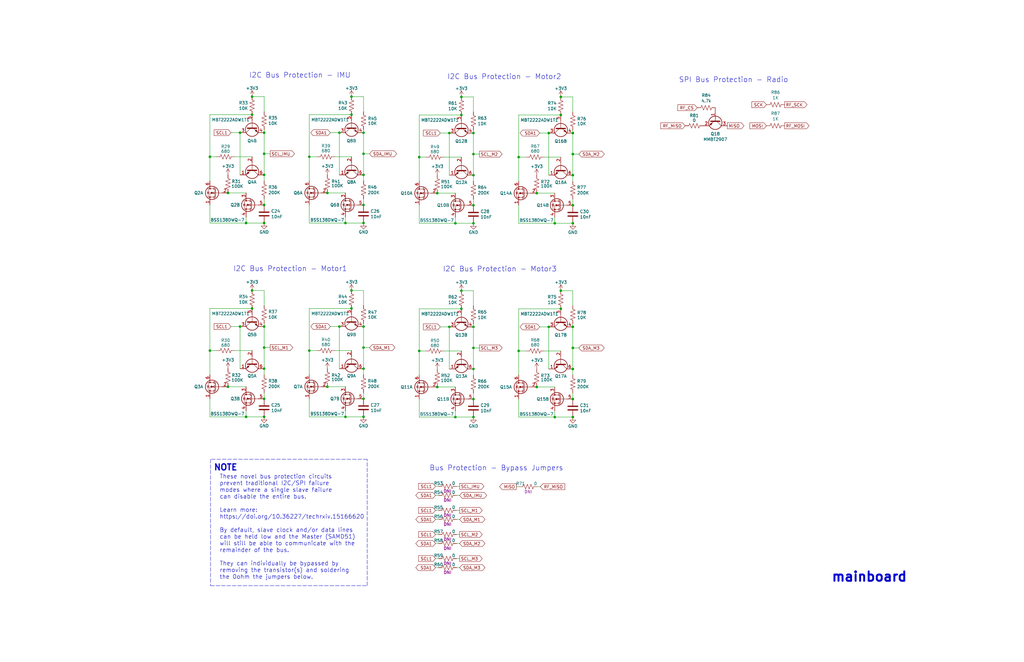
<source format=kicad_sch>
(kicad_sch (version 20211123) (generator eeschema)
  (paper "B")
  (title_block (title "PyCubed Mini") (date "2022-09-06") (rev "B1/04") (company "RExLab Carnegie Mellon University") (comment 1 "Z. Manchester") (comment 2 "N. Khera") (comment 3 "M. Holliday"))
  (lib_symbols
    (symbol "Device:C" (pin_numbers hide) (pin_names (offset 0.254))
      (property "Reference" "C" (at 0.635 2.54 0))
      (property "Value" "C" (at 0.635 -2.54 0))
      (symbol "C_1_1"
        (pin passive line (at 0 3.81 270) (length 2.794) (name "~") (number "1"))
        (pin passive line (at 0 -3.81 90) (length 2.794) (name "~") (number "2"))
      )
    )
    (symbol "Device:R_US" (pin_numbers hide) (pin_names (offset 0))
      (property "Reference" "R" (at 2.54 0 90))
      (property "Value" "R_US" (at -2.54 0 90))
      (symbol "R_US_1_1"
        (pin passive line (at 0 3.81 270) (length 1.27) (name "~") (number "1"))
        (pin passive line (at 0 -3.81 90) (length 1.27) (name "~") (number "2"))
      )
    )
    (symbol "Transistor_BJT:MBT2222ADW1T1" (pin_names (offset 0) hide)
      (property "Reference" "Q" (at 5.08 1.27 0))
      (property "Value" "MBT2222ADW1T1" (at 5.08 -1.27 0))
      (symbol "MBT2222ADW1T1_1_1"
        (pin passive line (at 2.54 -5.08 90) (length 2.54) (name "E1") (number "1"))
        (pin input line (at -5.08 0 0) (length 2.54) (name "B1") (number "2"))
        (pin passive line (at 2.54 5.08 270) (length 2.54) (name "C1") (number "6"))
      )
      (symbol "MBT2222ADW1T1_2_1"
        (pin passive line (at 2.54 5.08 270) (length 2.54) (name "C2") (number "3"))
        (pin passive line (at 2.54 -5.08 90) (length 2.54) (name "E2") (number "4"))
        (pin input line (at -5.08 0 0) (length 2.54) (name "B2") (number "5"))
      )
    )
    (symbol "mainboard:BSS138DWQ-7" (pin_names (offset 0.762) hide)
      (property "Reference" "Q" (at -2.54 5.08 0))
      (property "Value" "BSS138DWQ-7" (at 3.81 6.35 0))
      (symbol "BSS138DWQ-7_1_1"
        (pin passive line (at 1.27 -5.08 90) (length 2.54) (name "S2") (number "1"))
        (pin input line (at -6.35 0 0) (length 2.54) (name "G2") (number "2"))
        (pin passive line (at 1.27 5.08 270) (length 2.54) (name "D1") (number "6"))
      )
      (symbol "BSS138DWQ-7_2_1"
        (pin passive line (at 1.27 5.08 270) (length 2.54) (name "D2") (number "3"))
        (pin passive line (at 1.27 -5.08 90) (length 2.54) (name "S1") (number "4"))
        (pin input line (at -6.35 0 0) (length 2.54) (name "G1") (number "5"))
      )
    )
    (symbol "mainboard:MMBT2907" (pin_names (offset 0) hide)
      (property "Reference" "Q" (at 5.08 1.905 0))
      (property "Value" "MMBT2907" (at 5.08 0 0))
      (symbol "MMBT2907_1_1"
        (pin input line (at -5.08 0 0) (length 5.715) (name "B") (number "1"))
        (pin passive line (at 2.54 -5.08 90) (length 2.54) (name "E") (number "2"))
        (pin passive line (at 2.54 5.08 270) (length 2.54) (name "C") (number "3"))
      )
    )
    (symbol "power:+3V3" (power) (pin_names (offset 0))
      (property "Value" "+3V3" (at 0 3.556 0))
      (symbol "+3V3_1_1"
        (pin power_in line (at 0 0 90) (length 0) hide (name "+3V3") (number "1"))
      )
    )
    (symbol "power:GND" (power) (pin_names (offset 0))
      (property "Value" "GND" (at 0 -3.81 0))
      (symbol "GND_1_1"
        (pin power_in line (at 0 0 270) (length 0) hide (name "GND") (number "1"))
      )
    )
  )
  (junction (at 460.248 149.606))
  (junction (at 241.554 168.402))
  (junction (at 111.379 155.575))
  (junction (at 106.299 48.387))
  (junction (at 509.778 164.846))
  (junction (at 199.644 168.402))
  (junction (at 472.948 139.446))
  (junction (at 236.474 122.682))
  (junction (at 218.694 66.294))
  (junction (at 148.209 130.175))
  (junction (at 241.554 94.234))
  (junction (at 143.129 137.795))
  (junction (at 101.219 137.795))
  (junction (at 525.018 139.446))
  (junction (at 218.694 148.082))
  (junction (at 138.049 81.407))
  (junction (at 525.018 177.546))
  (junction (at 199.644 65.024))
  (junction (at 96.139 81.407))
  (junction (at 192.024 94.234))
  (junction (at 176.784 148.082))
  (junction (at 153.289 168.275))
  (junction (at 199.644 146.812))
  (junction (at 145.669 175.895))
  (junction (at 111.379 137.795))
  (junction (at 194.564 48.514))
  (junction (at 236.474 48.514))
  (junction (at 483.108 148.336))
  (junction (at 111.379 64.897))
  (junction (at 525.018 148.336))
  (junction (at 519.938 124.206))
  (junction (at 153.289 73.787))
  (junction (at 483.108 157.226))
  (junction (at 199.644 94.234))
  (junction (at 226.314 163.322))
  (junction (at 236.474 130.302))
  (junction (at 478.028 131.826))
  (junction (at 153.289 86.487))
  (junction (at 145.669 94.107))
  (junction (at 233.934 176.022))
  (junction (at 194.564 130.302))
  (junction (at 483.108 177.546))
  (junction (at 153.289 56.007))
  (junction (at 483.108 169.926))
  (junction (at 148.209 122.555))
  (junction (at 226.314 81.534))
  (junction (at 143.129 56.007))
  (junction (at 525.018 169.926))
  (junction (at 199.644 176.022))
  (junction (at 153.289 94.107))
  (junction (at 241.554 146.812))
  (junction (at 153.289 155.575))
  (junction (at 241.554 176.022))
  (junction (at 241.554 65.024))
  (junction (at 111.379 73.787))
  (junction (at 111.379 175.895))
  (junction (at 106.299 130.175))
  (junction (at 483.108 139.446))
  (junction (at 233.934 94.234))
  (junction (at 231.394 137.922))
  (junction (at 475.488 177.546))
  (junction (at 153.289 137.795))
  (junction (at 176.784 66.294))
  (junction (at 106.299 122.555))
  (junction (at 241.554 137.922))
  (junction (at 236.474 40.894))
  (junction (at 88.519 66.167))
  (junction (at 192.024 176.022))
  (junction (at 103.759 94.107))
  (junction (at 130.429 147.955))
  (junction (at 241.554 56.134))
  (junction (at 111.379 168.275))
  (junction (at 101.219 56.007))
  (junction (at 199.644 73.914))
  (junction (at 199.644 86.614))
  (junction (at 231.394 56.134))
  (junction (at 517.398 177.546))
  (junction (at 106.299 40.767))
  (junction (at 241.554 155.702))
  (junction (at 111.379 146.685))
  (junction (at 478.028 124.206))
  (junction (at 199.644 56.134))
  (junction (at 96.139 163.195))
  (junction (at 148.209 48.387))
  (junction (at 153.289 175.895))
  (junction (at 189.484 56.134))
  (junction (at 138.049 163.195))
  (junction (at 519.938 131.826))
  (junction (at 194.564 122.682))
  (junction (at 103.759 175.895))
  (junction (at 199.644 137.922))
  (junction (at 111.379 56.007))
  (junction (at 88.519 147.955))
  (junction (at 153.289 64.897))
  (junction (at 148.209 40.767))
  (junction (at 502.158 149.606))
  (junction (at 199.644 155.702))
  (junction (at 525.018 157.226))
  (junction (at 194.564 40.894))
  (junction (at 111.379 86.487))
  (junction (at 189.484 137.922))
  (junction (at 184.404 81.534))
  (junction (at 130.429 66.167))
  (junction (at 241.554 73.914))
  (junction (at 514.858 139.446))
  (junction (at 467.868 164.846))
  (junction (at 241.554 86.614))
  (junction (at 153.289 146.685))
  (junction (at 111.379 94.107))
  (junction (at 184.404 163.322))
  (wire (pts (xy 472.948 139.446) (xy 472.948 157.226)))
  (wire (pts (xy 509.778 164.846) (xy 517.398 164.846)))
  (wire (pts (xy 143.129 56.007) (xy 143.129 73.787)))
  (wire (pts (xy 193.802 239.522) (xy 192.532 239.522)))
  (wire (pts (xy 483.108 138.176) (xy 483.108 139.446)))
  (wire (pts (xy 176.784 48.514) (xy 194.564 48.514)))
  (wire (pts (xy 111.379 122.555) (xy 106.299 122.555)))
  (wire (pts (xy 241.554 40.894) (xy 236.474 40.894)))
  (wire (pts (xy 176.784 94.234) (xy 192.024 94.234)))
  (wire (pts (xy 88.519 94.107) (xy 103.759 94.107)))
  (wire (pts (xy 202.184 65.024) (xy 199.644 65.024)))
  (wire (pts (xy 88.519 147.955) (xy 88.519 130.175)))
  (wire (pts (xy 478.028 149.606) (xy 470.662 149.606)))
  (wire (pts (xy 199.644 65.024) (xy 199.644 56.134)))
  (wire (pts (xy 130.429 86.487) (xy 130.429 94.107)))
  (wire (pts (xy 483.108 130.556) (xy 483.108 124.206)))
  (wire (pts (xy 153.289 47.117) (xy 153.289 40.767)))
  (wire (pts (xy 130.429 147.955) (xy 130.429 130.175)))
  (wire (pts (xy 460.248 177.546) (xy 475.488 177.546)))
  (wire (pts (xy 111.379 47.117) (xy 111.379 40.767)))
  (wire (pts (xy 88.519 66.167) (xy 88.519 48.387)))
  (wire (pts (xy 111.379 76.327) (xy 111.379 73.787)))
  (wire (pts (xy 241.554 158.242) (xy 241.554 155.702)))
  (wire (pts (xy 199.644 136.652) (xy 199.644 137.922)))
  (wire (pts (xy 193.802 219.202) (xy 192.532 219.202)))
  (wire (pts (xy 525.018 157.226) (xy 525.018 148.336)))
  (wire (pts (xy 145.669 173.355) (xy 145.669 175.895)))
  (wire (pts (xy 217.678 205.359) (xy 218.948 205.359)))
  (wire (pts (xy 517.398 177.546) (xy 525.018 177.546)))
  (wire (pts (xy 202.184 146.812) (xy 199.644 146.812)))
  (wire (pts (xy 233.934 91.694) (xy 233.934 94.234)))
  (wire (pts (xy 227.838 205.359) (xy 226.568 205.359)))
  (wire (pts (xy 130.429 48.387) (xy 148.209 48.387)))
  (wire (pts (xy 184.404 81.534) (xy 192.024 81.534)))
  (wire (pts (xy 88.519 66.167) (xy 91.313 66.167)))
  (wire (pts (xy 103.759 173.355) (xy 103.759 175.895)))
  (wire (pts (xy 189.484 137.922) (xy 189.484 155.702)))
  (wire (pts (xy 231.394 56.134) (xy 231.394 73.914)))
  (wire (pts (xy 130.429 168.275) (xy 130.429 175.895)))
  (wire (pts (xy 96.139 163.195) (xy 103.759 163.195)))
  (wire (pts (xy 130.429 94.107) (xy 145.669 94.107)))
  (wire (pts (xy 176.784 148.082) (xy 179.578 148.082)))
  (wire (pts (xy 130.429 66.167) (xy 133.604 66.167)))
  (wire (pts (xy 199.644 73.914) (xy 199.644 65.024)))
  (wire (pts (xy 194.564 148.082) (xy 187.198 148.082)))
  (wire (pts (xy 192.024 94.234) (xy 199.644 94.234)))
  (wire (pts (xy 194.564 66.294) (xy 187.198 66.294)))
  (wire (pts (xy 241.554 47.244) (xy 241.554 40.894)))
  (wire (pts (xy 502.158 149.606) (xy 505.333 149.606)))
  (wire (pts (xy 231.394 137.922) (xy 231.394 155.702)))
  (wire (pts (xy 517.398 175.006) (xy 517.398 177.546)))
  (wire (pts (xy 96.139 81.407) (xy 103.759 81.407)))
  (wire (pts (xy 241.554 155.702) (xy 241.554 146.812)))
  (wire (pts (xy 502.158 159.766) (xy 502.158 149.606)))
  (wire (pts (xy 153.289 128.905) (xy 153.289 122.555)))
  (wire (pts (xy 218.694 86.614) (xy 218.694 94.234)))
  (wire (pts (xy 485.648 148.336) (xy 483.108 148.336)))
  (wire (pts (xy 139.319 56.007) (xy 143.129 56.007)))
  (wire (pts (xy 525.018 159.766) (xy 525.018 157.226)))
  (wire (pts (xy 199.644 76.454) (xy 199.644 73.914)))
  (wire (pts (xy 488.315 97.79) (xy 487.045 97.79)))
  (wire (pts (xy 153.289 122.555) (xy 148.209 122.555)))
  (wire (pts (xy 511.048 139.446) (xy 514.858 139.446)))
  (wire (pts (xy 103.759 94.107) (xy 111.379 94.107)))
  (wire (pts (xy 199.644 54.864) (xy 199.644 56.134)))
  (wire (pts (xy 153.289 155.575) (xy 153.289 146.685)))
  (wire (pts (xy 218.694 66.294) (xy 221.869 66.294)))
  (wire (pts (xy 176.784 148.082) (xy 176.784 130.302)))
  (wire (pts (xy 227.584 56.134) (xy 231.394 56.134)))
  (wire (pts (xy 130.429 66.167) (xy 130.429 48.387)))
  (polyline (pts (xy 154.813 193.802) (xy 88.773 193.802)))
  (wire (pts (xy 193.802 225.552) (xy 192.532 225.552)))
  (wire (pts (xy 460.248 159.766) (xy 460.248 149.606)))
  (wire (pts (xy 153.289 64.897) (xy 153.289 56.007)))
  (wire (pts (xy 153.289 136.525) (xy 153.289 137.795)))
  (wire (pts (xy 218.694 148.082) (xy 218.694 130.302)))
  (wire (pts (xy 183.642 205.232) (xy 184.912 205.232)))
  (wire (pts (xy 153.289 165.735) (xy 153.289 168.275)))
  (wire (pts (xy 148.209 147.955) (xy 141.224 147.955)))
  (wire (pts (xy 475.488 177.546) (xy 483.108 177.546)))
  (wire (pts (xy 241.554 165.862) (xy 241.554 168.402)))
  (wire (pts (xy 183.642 239.522) (xy 184.912 239.522)))
  (wire (pts (xy 111.379 64.897) (xy 111.379 56.007)))
  (wire (pts (xy 88.519 76.327) (xy 88.519 66.167)))
  (wire (pts (xy 241.554 65.024) (xy 241.554 56.134)))
  (wire (pts (xy 218.694 48.514) (xy 236.474 48.514)))
  (wire (pts (xy 244.094 146.812) (xy 241.554 146.812)))
  (wire (pts (xy 525.018 138.176) (xy 525.018 139.446)))
  (wire (pts (xy 130.429 76.327) (xy 130.429 66.167)))
  (wire (pts (xy 176.784 130.302) (xy 194.564 130.302)))
  (wire (pts (xy 183.642 215.392) (xy 184.912 215.392)))
  (wire (pts (xy 111.379 136.525) (xy 111.379 137.795)))
  (wire (pts (xy 244.094 65.024) (xy 241.554 65.024)))
  (wire (pts (xy 483.108 157.226) (xy 483.108 148.336)))
  (wire (pts (xy 130.429 130.175) (xy 148.209 130.175)))
  (wire (pts (xy 189.484 56.134) (xy 189.484 73.914)))
  (wire (pts (xy 193.802 229.362) (xy 192.532 229.362)))
  (wire (pts (xy 106.299 66.167) (xy 98.933 66.167)))
  (wire (pts (xy 478.155 97.79) (xy 479.425 97.79)))
  (wire (pts (xy 218.694 158.242) (xy 218.694 148.082)))
  (wire (pts (xy 183.642 225.552) (xy 184.912 225.552)))
  (wire (pts (xy 176.784 66.294) (xy 176.784 48.514)))
  (wire (pts (xy 183.642 235.712) (xy 184.912 235.712)))
  (wire (pts (xy 241.554 136.652) (xy 241.554 137.922)))
  (wire (pts (xy 233.934 173.482) (xy 233.934 176.022)))
  (wire (pts (xy 184.404 163.322) (xy 192.024 163.322)))
  (wire (pts (xy 176.784 66.294) (xy 179.578 66.294)))
  (wire (pts (xy 106.299 147.955) (xy 98.933 147.955)))
  (wire (pts (xy 494.03 198.882) (xy 495.3 198.882)))
  (wire (pts (xy 88.519 86.487) (xy 88.519 94.107)))
  (wire (pts (xy 111.379 146.685) (xy 111.379 137.795)))
  (wire (pts (xy 483.108 167.386) (xy 483.108 169.926)))
  (wire (pts (xy 111.379 73.787) (xy 111.379 64.897)))
  (wire (pts (xy 502.158 131.826) (xy 519.938 131.826)))
  (wire (pts (xy 88.519 147.955) (xy 91.313 147.955)))
  (polyline (pts (xy 88.773 247.142) (xy 154.813 247.142)))
  (wire (pts (xy 88.519 48.387) (xy 106.299 48.387)))
  (wire (pts (xy 88.519 158.115) (xy 88.519 147.955)))
  (wire (pts (xy 494.03 195.072) (xy 495.3 195.072)))
  (wire (pts (xy 183.642 229.362) (xy 184.912 229.362)))
  (wire (pts (xy 88.519 130.175) (xy 106.299 130.175)))
  (wire (pts (xy 138.049 163.195) (xy 145.669 163.195)))
  (wire (pts (xy 469.138 139.446) (xy 472.948 139.446)))
  (wire (pts (xy 199.644 158.242) (xy 199.644 155.702)))
  (wire (pts (xy 153.289 146.685) (xy 153.289 137.795)))
  (wire (pts (xy 483.108 124.206) (xy 478.028 124.206)))
  (wire (pts (xy 185.674 56.134) (xy 189.484 56.134)))
  (wire (pts (xy 199.644 129.032) (xy 199.644 122.682)))
  (wire (pts (xy 183.642 219.202) (xy 184.912 219.202)))
  (wire (pts (xy 483.108 148.336) (xy 483.108 139.446)))
  (wire (pts (xy 130.429 158.115) (xy 130.429 147.955)))
  (wire (pts (xy 176.784 168.402) (xy 176.784 176.022)))
  (wire (pts (xy 199.644 146.812) (xy 199.644 137.922)))
  (wire (pts (xy 155.829 64.897) (xy 153.289 64.897)))
  (wire (pts (xy 241.554 122.682) (xy 236.474 122.682)))
  (wire (pts (xy 113.919 64.897) (xy 111.379 64.897)))
  (wire (pts (xy 241.554 54.864) (xy 241.554 56.134)))
  (wire (pts (xy 145.669 94.107) (xy 153.289 94.107)))
  (wire (pts (xy 241.554 84.074) (xy 241.554 86.614)))
  (wire (pts (xy 233.934 94.234) (xy 241.554 94.234)))
  (wire (pts (xy 192.024 91.694) (xy 192.024 94.234)))
  (wire (pts (xy 153.289 40.767) (xy 148.209 40.767)))
  (wire (pts (xy 193.802 235.712) (xy 192.532 235.712)))
  (wire (pts (xy 236.474 66.294) (xy 229.489 66.294)))
  (wire (pts (xy 138.049 81.407) (xy 145.669 81.407)))
  (wire (pts (xy 185.674 137.922) (xy 189.484 137.922)))
  (wire (pts (xy 241.554 129.032) (xy 241.554 122.682)))
  (wire (pts (xy 176.784 158.242) (xy 176.784 148.082)))
  (wire (pts (xy 101.219 137.795) (xy 101.219 155.575)))
  (wire (pts (xy 155.829 146.685) (xy 153.289 146.685)))
  (wire (pts (xy 153.289 158.115) (xy 153.289 155.575)))
  (wire (pts (xy 88.519 168.275) (xy 88.519 175.895)))
  (wire (pts (xy 111.379 54.737) (xy 111.379 56.007)))
  (polyline (pts (xy 88.773 193.802) (xy 88.773 247.142)))
  (wire (pts (xy 153.289 54.737) (xy 153.289 56.007)))
  (wire (pts (xy 233.934 176.022) (xy 241.554 176.022)))
  (wire (pts (xy 103.759 175.895) (xy 111.379 175.895)))
  (wire (pts (xy 113.919 146.685) (xy 111.379 146.685)))
  (wire (pts (xy 145.669 175.895) (xy 153.289 175.895)))
  (wire (pts (xy 139.319 137.795) (xy 143.129 137.795)))
  (wire (pts (xy 514.858 139.446) (xy 514.858 157.226)))
  (wire (pts (xy 199.644 155.702) (xy 199.644 146.812)))
  (wire (pts (xy 111.379 128.905) (xy 111.379 122.555)))
  (wire (pts (xy 145.669 91.567) (xy 145.669 94.107)))
  (wire (pts (xy 226.314 81.534) (xy 233.934 81.534)))
  (wire (pts (xy 227.584 137.922) (xy 231.394 137.922)))
  (wire (pts (xy 88.519 175.895) (xy 103.759 175.895)))
  (wire (pts (xy 525.018 148.336) (xy 525.018 139.446)))
  (wire (pts (xy 97.409 137.795) (xy 101.219 137.795)))
  (wire (pts (xy 193.802 215.392) (xy 192.532 215.392)))
  (wire (pts (xy 101.219 56.007) (xy 101.219 73.787)))
  (polyline (pts (xy 154.813 247.142) (xy 154.813 193.802)))
  (wire (pts (xy 111.379 83.947) (xy 111.379 86.487)))
  (wire (pts (xy 504.19 198.882) (xy 502.92 198.882)))
  (wire (pts (xy 153.289 83.947) (xy 153.289 86.487)))
  (wire (pts (xy 218.694 148.082) (xy 221.869 148.082)))
  (wire (pts (xy 111.379 40.767) (xy 106.299 40.767)))
  (wire (pts (xy 199.644 165.862) (xy 199.644 168.402)))
  (wire (pts (xy 111.379 158.115) (xy 111.379 155.575)))
  (wire (pts (xy 218.694 130.302) (xy 236.474 130.302)))
  (wire (pts (xy 525.018 167.386) (xy 525.018 169.926)))
  (wire (pts (xy 192.024 176.022) (xy 199.644 176.022)))
  (wire (pts (xy 467.868 164.846) (xy 475.488 164.846)))
  (wire (pts (xy 199.644 122.682) (xy 194.564 122.682)))
  (wire (pts (xy 460.248 169.926) (xy 460.248 177.546)))
  (wire (pts (xy 241.554 73.914) (xy 241.554 65.024)))
  (wire (pts (xy 527.558 148.336) (xy 525.018 148.336)))
  (wire (pts (xy 199.644 47.244) (xy 199.644 40.894)))
  (wire (pts (xy 460.248 131.826) (xy 478.028 131.826)))
  (wire (pts (xy 103.759 91.567) (xy 103.759 94.107)))
  (wire (pts (xy 218.694 76.454) (xy 218.694 66.294)))
  (wire (pts (xy 148.209 66.167) (xy 141.224 66.167)))
  (wire (pts (xy 226.314 163.322) (xy 233.934 163.322)))
  (wire (pts (xy 519.938 149.606) (xy 512.953 149.606)))
  (wire (pts (xy 130.429 175.895) (xy 145.669 175.895)))
  (wire (pts (xy 241.554 76.454) (xy 241.554 73.914)))
  (wire (pts (xy 525.018 130.556) (xy 525.018 124.206)))
  (wire (pts (xy 502.158 177.546) (xy 517.398 177.546)))
  (wire (pts (xy 111.379 165.735) (xy 111.379 168.275)))
  (wire (pts (xy 153.289 73.787) (xy 153.289 64.897)))
  (wire (pts (xy 460.248 149.606) (xy 463.042 149.606)))
  (wire (pts (xy 218.694 168.402) (xy 218.694 176.022)))
  (wire (pts (xy 176.784 86.614) (xy 176.784 94.234)))
  (wire (pts (xy 176.784 176.022) (xy 192.024 176.022)))
  (wire (pts (xy 475.488 175.006) (xy 475.488 177.546)))
  (wire (pts (xy 130.429 147.955) (xy 133.604 147.955)))
  (wire (pts (xy 502.158 169.926) (xy 502.158 177.546)))
  (wire (pts (xy 153.289 76.327) (xy 153.289 73.787)))
  (wire (pts (xy 218.694 94.234) (xy 233.934 94.234)))
  (wire (pts (xy 192.024 173.482) (xy 192.024 176.022)))
  (wire (pts (xy 193.802 205.232) (xy 192.532 205.232)))
  (wire (pts (xy 502.158 149.606) (xy 502.158 131.826)))
  (wire (pts (xy 504.19 195.072) (xy 502.92 195.072)))
  (wire (pts (xy 97.409 56.007) (xy 101.219 56.007)))
  (wire (pts (xy 183.642 209.042) (xy 184.912 209.042)))
  (wire (pts (xy 111.379 155.575) (xy 111.379 146.685)))
  (wire (pts (xy 218.694 176.022) (xy 233.934 176.022)))
  (wire (pts (xy 193.802 209.042) (xy 192.532 209.042)))
  (wire (pts (xy 199.644 40.894) (xy 194.564 40.894)))
  (wire (pts (xy 218.694 66.294) (xy 218.694 48.514)))
  (wire (pts (xy 525.018 124.206) (xy 519.938 124.206)))
  (wire (pts (xy 199.644 84.074) (xy 199.644 86.614)))
  (wire (pts (xy 241.554 146.812) (xy 241.554 137.922)))
  (wire (pts (xy 176.784 76.454) (xy 176.784 66.294)))
  (wire (pts (xy 236.474 148.082) (xy 229.489 148.082)))
  (wire (pts (xy 483.108 159.766) (xy 483.108 157.226)))
  (wire (pts (xy 460.248 149.606) (xy 460.248 131.826)))
  (wire (pts (xy 143.129 137.795) (xy 143.129 155.575)))
  (text "Bus Protection" (at 456.565 41.021 0) (effects (font (size 5.08 5.08)) (justify left bottom)))
  (text "I2C Bus Protection - IMU" (at 105.029 33.147 0) (effects (font (size 2.159 2.159)) (justify left bottom)))
  (text "I2C Bus Protection - RTC" (at 476.758 116.586 0) (effects (font (size 2.159 2.159)) (justify left bottom)))
  (text "I2C Bus Protection - Motor3" (at 186.69 114.935 0) (effects (font (size 2.159 2.159)) (justify left bottom)))
  (text "I2C Bus Protection - Motor2" (at 188.595 33.782 0) (effects (font (size 2.159 2.159)) (justify left bottom)))
  (text "NOTE" (at 90.043 198.882 0) (effects (font (size 2.54 2.54) (thickness 0.508) bold) (justify left bottom)))
  (text "SPI Bus Protection - SD Card" (at 458.343 52.705 0) (effects (font (size 2.159 2.159)) (justify left bottom)))
  (text "Bus Protection - Bypass Jumpers" (at 181.102 198.882 0) (effects (font (size 2.159 2.159)) (justify left bottom)))
  (text "I2C Bus Protection - Motor1" (at 98.298 114.808 0) (effects (font (size 2.159 2.159)) (justify left bottom)))
  (text "Bus Protection - Bypass Jumpers" (at 457.073 89.916 0) (effects (font (size 2.159 2.159)) (justify left bottom)))
  (text "mainboard" (at 350.393 245.872 0) (effects (font (size 3.9878 3.9878) (thickness 0.7976) bold) (justify left bottom)))
  (text "SPI Bus Protection - Radio" (at 286.258 35.052 0) (effects (font (size 2.159 2.159)) (justify left bottom)))
  (text "These novel bus protection circuits\nprevent traditional I2C/SPI failure \nmodes where a single slave failure\ncan disable the entire bus.\n\nLearn more: \nhttps://doi.org/10.36227/techrxiv.15166620\n\nBy default, slave clock and/or data lines \ncan be held low and the Master (SAMD51) \nwill still be able to communicate with the \nremainder of the bus.\n\nThey can individually be bypassed by \nremoving the transistor(s) and soldering\nthe 0ohm the jumpers below." (at 92.583 244.602 0) (effects (font (size 1.7526 1.7526)) (justify left bottom)))
  (global_label "SCL_M1" (shape output) (at 113.919 146.685 0) (property "Intersheet References" "${INTERSHEET_REFS}" (effects hide)))
  (global_label "SCL1" (shape input) (at 183.642 205.232 180) (property "Intersheet References" "${INTERSHEET_REFS}" (effects hide)))
  (global_label "SDA1" (shape bidirectional) (at 183.642 209.042 180) (property "Intersheet References" "${INTERSHEET_REFS}" (effects hide)))
  (global_label "SCL2" (shape input) (at 494.03 195.072 180) (property "Intersheet References" "${INTERSHEET_REFS}" (effects hide)))
  (global_label "SDA_RTC" (shape bidirectional) (at 527.558 148.336 0) (property "Intersheet References" "${INTERSHEET_REFS}" (effects hide)))
  (global_label "SCK" (shape input) (at 323.215 44.196 180) (property "Intersheet References" "${INTERSHEET_REFS}" (effects hide)))
  (global_label "SDA1" (shape bidirectional) (at 183.642 239.522 180) (property "Intersheet References" "${INTERSHEET_REFS}" (effects hide)))
  (global_label "SCL1" (shape input) (at 183.642 235.712 180) (property "Intersheet References" "${INTERSHEET_REFS}" (effects hide)))
  (global_label "SDA1" (shape bidirectional) (at 227.584 56.134 180) (property "Intersheet References" "${INTERSHEET_REFS}" (effects hide)))
  (global_label "SDA1" (shape bidirectional) (at 139.319 56.007 180) (property "Intersheet References" "${INTERSHEET_REFS}" (effects hide)))
  (global_label "SDA_M2" (shape bidirectional) (at 193.802 229.362 0) (property "Intersheet References" "${INTERSHEET_REFS}" (effects hide)))
  (global_label "SD_SCK" (shape output) (at 504.063 61.722 0) (property "Intersheet References" "${INTERSHEET_REFS}" (effects hide)))
  (global_label "SD_CS" (shape input) (at 467.233 62.992 180) (property "Intersheet References" "${INTERSHEET_REFS}" (effects hide)))
  (global_label "SDA_M1" (shape bidirectional) (at 193.802 219.202 0) (property "Intersheet References" "${INTERSHEET_REFS}" (effects hide)))
  (global_label "SDA1" (shape bidirectional) (at 183.642 229.362 180) (property "Intersheet References" "${INTERSHEET_REFS}" (effects hide)))
  (global_label "SCL1" (shape input) (at 183.642 225.552 180) (property "Intersheet References" "${INTERSHEET_REFS}" (effects hide)))
  (global_label "SCL1" (shape input) (at 185.674 56.134 180) (property "Intersheet References" "${INTERSHEET_REFS}" (effects hide)))
  (global_label "SCL_M1" (shape output) (at 193.802 215.392 0) (property "Intersheet References" "${INTERSHEET_REFS}" (effects hide)))
  (global_label "SCL1" (shape input) (at 183.642 215.392 180) (property "Intersheet References" "${INTERSHEET_REFS}" (effects hide)))
  (global_label "SCL1" (shape input) (at 185.674 137.922 180) (property "Intersheet References" "${INTERSHEET_REFS}" (effects hide)))
  (global_label "SCL1" (shape input) (at 97.409 56.007 180) (property "Intersheet References" "${INTERSHEET_REFS}" (effects hide)))
  (global_label "SCK" (shape input) (at 496.443 61.722 180) (property "Intersheet References" "${INTERSHEET_REFS}" (effects hide)))
  (global_label "SDA1" (shape bidirectional) (at 139.319 137.795 180) (property "Intersheet References" "${INTERSHEET_REFS}" (effects hide)))
  (global_label "SDA1" (shape bidirectional) (at 227.584 137.922 180) (property "Intersheet References" "${INTERSHEET_REFS}" (effects hide)))
  (global_label "SDA_M3" (shape bidirectional) (at 244.094 146.812 0) (property "Intersheet References" "${INTERSHEET_REFS}" (effects hide)))
  (global_label "SDA2" (shape bidirectional) (at 494.03 198.882 180) (property "Intersheet References" "${INTERSHEET_REFS}" (effects hide)))
  (global_label "SCL_RTC" (shape output) (at 504.19 195.072 0) (property "Intersheet References" "${INTERSHEET_REFS}" (effects hide)))
  (global_label "SDA_IMU" (shape bidirectional) (at 155.829 64.897 0) (property "Intersheet References" "${INTERSHEET_REFS}" (effects hide)))
  (global_label "RF_MOSI" (shape output) (at 330.835 53.086 0) (property "Intersheet References" "${INTERSHEET_REFS}" (effects hide)))
  (global_label "SD_MISO" (shape input) (at 462.153 70.612 180) (property "Intersheet References" "${INTERSHEET_REFS}" (effects hide)))
  (global_label "SCL_IMU" (shape output) (at 113.919 64.897 0) (property "Intersheet References" "${INTERSHEET_REFS}" (effects hide)))
  (global_label "SCL_IMU" (shape output) (at 193.802 205.232 0) (property "Intersheet References" "${INTERSHEET_REFS}" (effects hide)))
  (global_label "SCL1" (shape input) (at 97.409 137.795 180) (property "Intersheet References" "${INTERSHEET_REFS}" (effects hide)))
  (global_label "SD_MOSI" (shape output) (at 504.063 70.612 0) (property "Intersheet References" "${INTERSHEET_REFS}" (effects hide)))
  (global_label "SD_MISO" (shape input) (at 488.315 97.79 0) (property "Intersheet References" "${INTERSHEET_REFS}" (effects hide)))
  (global_label "SDA1" (shape bidirectional) (at 183.642 219.202 180) (property "Intersheet References" "${INTERSHEET_REFS}" (effects hide)))
  (global_label "SCL_RTC" (shape output) (at 485.648 148.336 0) (property "Intersheet References" "${INTERSHEET_REFS}" (effects hide)))
  (global_label "RF_MISO" (shape input) (at 227.838 205.359 0) (property "Intersheet References" "${INTERSHEET_REFS}" (effects hide)))
  (global_label "SDA_RTC" (shape bidirectional) (at 504.19 198.882 0) (property "Intersheet References" "${INTERSHEET_REFS}" (effects hide)))
  (global_label "RF_SCK" (shape output) (at 330.835 44.196 0) (property "Intersheet References" "${INTERSHEET_REFS}" (effects hide)))
  (global_label "MISO" (shape output) (at 217.678 205.359 180) (property "Intersheet References" "${INTERSHEET_REFS}" (effects hide)))
  (global_label "MISO" (shape output) (at 306.705 53.086 0) (property "Intersheet References" "${INTERSHEET_REFS}" (effects hide)))
  (global_label "RF_CS" (shape input) (at 294.005 45.466 180) (property "Intersheet References" "${INTERSHEET_REFS}" (effects hide)))
  (global_label "SDA_IMU" (shape bidirectional) (at 193.802 209.042 0) (property "Intersheet References" "${INTERSHEET_REFS}" (effects hide)))
  (global_label "SDA_M3" (shape bidirectional) (at 193.802 239.522 0) (property "Intersheet References" "${INTERSHEET_REFS}" (effects hide)))
  (global_label "MOSI" (shape input) (at 323.215 53.086 180) (property "Intersheet References" "${INTERSHEET_REFS}" (effects hide)))
  (global_label "SCL_M2" (shape output) (at 193.802 225.552 0) (property "Intersheet References" "${INTERSHEET_REFS}" (effects hide)))
  (global_label "MISO" (shape output) (at 479.933 70.612 0) (property "Intersheet References" "${INTERSHEET_REFS}" (effects hide)))
  (global_label "SDA2" (shape bidirectional) (at 511.048 139.446 180) (property "Intersheet References" "${INTERSHEET_REFS}" (effects hide)))
  (global_label "MOSI" (shape input) (at 496.443 70.612 180) (property "Intersheet References" "${INTERSHEET_REFS}" (effects hide)))
  (global_label "SCL_M3" (shape output) (at 193.802 235.712 0) (property "Intersheet References" "${INTERSHEET_REFS}" (effects hide)))
  (global_label "SCL_M3" (shape output) (at 202.184 146.812 0) (property "Intersheet References" "${INTERSHEET_REFS}" (effects hide)))
  (global_label "SDA_M1" (shape bidirectional) (at 155.829 146.685 0) (property "Intersheet References" "${INTERSHEET_REFS}" (effects hide)))
  (global_label "MISO" (shape output) (at 478.155 97.79 180) (property "Intersheet References" "${INTERSHEET_REFS}" (effects hide)))
  (global_label "RF_MISO" (shape input) (at 288.925 53.086 180) (property "Intersheet References" "${INTERSHEET_REFS}" (effects hide)))
  (global_label "SCL2" (shape input) (at 469.138 139.446 180) (property "Intersheet References" "${INTERSHEET_REFS}" (effects hide)))
  (global_label "SCL_M2" (shape output) (at 202.184 65.024 0) (property "Intersheet References" "${INTERSHEET_REFS}" (effects hide)))
  (global_label "SDA_M2" (shape bidirectional) (at 244.094 65.024 0) (property "Intersheet References" "${INTERSHEET_REFS}" (effects hide)))
  (symbol (lib_id "mainboard:BSS138DWQ-7") (at 518.668 169.926 0) (mirror y) (unit 2)
    (property "Reference" "Q22" (at 514.985 169.926 0) (effects (justify left)))
    (property "Value" "BSS138DWQ-7" (effects hide))
    (property "Footprint" "Package_TO_SOT_SMD:SOT-363_SC-70-6" (effects hide))
    (property "Datasheet" "https://www.diodes.com/assets/Datasheets/BSS138DWQ.pdf" (effects hide))
    (property "Description" "Dual N-Channel MOSFET - 2NMOS" (effects hide))
    (property "Flight" "BSS138DWQ-7" (effects hide))
    (property "Manufacturer_Name" "Diodes Incorporated" (effects hide))
    (property "Manufacturer_Part_Number" "BSS138DWQ-7" (effects hide))
    (property "Proto" "BSS138DWQ-7" (effects hide))
  )
  (symbol (lib_id "Device:R_US") (at 525.018 134.366 0) (unit 1)
    (property "Reference" "R106" (at 526.796 133.477 0) (effects (justify left)))
    (property "Value" "10K" (at 526.796 135.509 0) (effects (justify left)))
    (property "Footprint" "Resistor_SMD:R_0603_1608Metric" (effects hide))
    (property "Description" "10K 0603" (effects hide))
  )
  (symbol (lib_id "Transistor_BJT:MBT2222ADW1T1") (at 194.564 71.374 270) (unit 1)
    (property "Reference" "Q12" (at 194.564 76.962 90))
    (property "Value" "MBT2222ADW1T1" (effects hide))
    (property "Footprint" "Package_TO_SOT_SMD:SOT-363_SC-70-6" (effects hide))
    (property "Datasheet" "http://www.onsemi.com/pub_link/Collateral/MBT2222ADW1T1-D.PDF" (effects hide))
    (property "Description" "Dual NPN BJT - 2NPN" (effects hide))
    (property "Flight" "MBT2222ADW1T1G" (effects hide))
    (property "Manufacturer_Name" "ON Semiconductor" (effects hide))
    (property "Manufacturer_Part_Number" "MBT2222ADW1T1G" (effects hide))
    (property "Proto" "MBT2222ADW1T1G" (effects hide))
  )
  (symbol (lib_id "Device:R_US") (at 465.963 70.612 270) (unit 1)
    (property "Reference" "R83" (at 465.963 66.294 90))
    (property "Value" "0" (at 465.963 68.326 90))
    (property "Footprint" "Resistor_SMD:R_0603_1608Metric" (effects hide))
    (property "Description" "0 0603" (effects hide))
  )
  (symbol (lib_id "Device:R_US") (at 483.235 97.79 270) (unit 1)
    (property "Reference" "R91" (at 479.933 96.52 90))
    (property "Value" "0" (at 486.283 96.52 90))
    (property "Footprint" "Resistor_SMD:R_0603_1608Metric" (effects hide))
    (property "DNI" "DNI" (at 483.235 99.949 90))
    (property "Description" "0 0603" (effects hide))
  )
  (symbol (lib_id "Transistor_BJT:MBT2222ADW1T1") (at 236.474 71.374 270) (unit 1)
    (property "Reference" "Q16" (at 236.474 76.962 90))
    (property "Value" "MBT2222ADW1T1" (effects hide))
    (property "Footprint" "Package_TO_SOT_SMD:SOT-363_SC-70-6" (effects hide))
    (property "Datasheet" "http://www.onsemi.com/pub_link/Collateral/MBT2222ADW1T1-D.PDF" (effects hide))
    (property "Description" "Dual NPN BJT - 2NPN" (effects hide))
    (property "Flight" "MBT2222ADW1T1G" (effects hide))
    (property "Manufacturer_Name" "ON Semiconductor" (effects hide))
    (property "Manufacturer_Part_Number" "MBT2222ADW1T1G" (effects hide))
    (property "Proto" "MBT2222ADW1T1G" (effects hide))
  )
  (symbol (lib_id "power:GND") (at 111.379 94.107 0) (unit 1)
    (property "Reference" "#PWR0144" (effects hide))
    (property "Value" "GND" (at 111.379 97.917 0))
  )
  (symbol (lib_id "Device:R_US") (at 111.379 50.927 0) (unit 1)
    (property "Reference" "R35" (at 113.1062 49.7586 0) (effects (justify left)))
    (property "Value" "10K" (at 113.1062 52.07 0) (effects (justify left)))
    (property "Footprint" "Resistor_SMD:R_0603_1608Metric" (effects hide))
    (property "Description" "10K 0603" (effects hide))
  )
  (symbol (lib_id "power:+3V3") (at 106.299 40.767 0) (unit 1)
    (property "Reference" "#PWR0140" (effects hide))
    (property "Value" "+3V3" (at 106.299 37.211 0))
  )
  (symbol (lib_id "mainboard:BSS138DWQ-7") (at 193.294 168.402 0) (mirror y) (unit 2)
    (property "Reference" "Q11" (at 189.484 168.402 0) (effects (justify left)))
    (property "Value" "BSS138DWQ-7" (effects hide))
    (property "Footprint" "Package_TO_SOT_SMD:SOT-363_SC-70-6" (effects hide))
    (property "Datasheet" "https://www.diodes.com/assets/Datasheets/BSS138DWQ.pdf" (effects hide))
    (property "Description" "Dual N-Channel MOSFET - 2NMOS" (effects hide))
    (property "Flight" "BSS138DWQ-7" (effects hide))
    (property "Manufacturer_Name" "Diodes Incorporated" (effects hide))
    (property "Manufacturer_Part_Number" "BSS138DWQ-7" (effects hide))
    (property "Proto" "BSS138DWQ-7" (effects hide))
  )
  (symbol (lib_id "Device:R_US") (at 194.564 126.492 0) (unit 1)
    (property "Reference" "R62" (at 192.8622 125.3236 0) (effects (justify right)))
    (property "Value" "10K" (at 192.8622 127.635 0) (effects (justify right)))
    (property "Footprint" "Resistor_SMD:R_0603_1608Metric" (effects hide))
    (property "Description" "10K 0603" (effects hide))
  )
  (symbol (lib_id "mainboard:BSS138DWQ-7") (at 131.699 163.195 0) (mirror y) (unit 1)
    (property "Reference" "Q7" (at 127.635 163.195 0) (effects (justify left)))
    (property "Value" "BSS138DWQ-7" (at 145.161 174.625 0) (effects (justify left)))
    (property "Footprint" "Package_TO_SOT_SMD:SOT-363_SC-70-6" (effects hide))
    (property "Datasheet" "https://www.diodes.com/assets/Datasheets/BSS138DWQ.pdf" (effects hide))
    (property "Description" "Dual N-Channel MOSFET - 2NMOS" (effects hide))
    (property "Flight" "BSS138DWQ-7" (effects hide))
    (property "Manufacturer_Name" "Diodes Incorporated" (effects hide))
    (property "Manufacturer_Part_Number" "BSS138DWQ-7" (effects hide))
    (property "Proto" "BSS138DWQ-7" (effects hide))
  )
  (symbol (lib_id "Device:R_US") (at 138.049 159.385 0) (unit 1)
    (property "Reference" "R42" (at 139.7 158.369 0) (effects (justify left)))
    (property "Value" "100K" (at 139.7 160.147 0) (effects (justify left)))
    (property "Footprint" "Resistor_SMD:R_0603_1608Metric" (effects hide))
    (property "Description" "100K 0603" (effects hide))
  )
  (symbol (lib_id "power:+3V3") (at 478.028 124.206 0) (unit 1)
    (property "Reference" "#PWR0171" (effects hide))
    (property "Value" "+3V3" (at 478.028 120.65 0))
  )
  (symbol (lib_id "Device:R_US") (at 184.404 77.724 0) (unit 1)
    (property "Reference" "R51" (at 185.928 76.708 0) (effects (justify left)))
    (property "Value" "100K" (at 185.801 78.74 0) (effects (justify left)))
    (property "Footprint" "Resistor_SMD:R_0603_1608Metric" (effects hide))
    (property "Description" "100K 0603" (effects hide))
  )
  (symbol (lib_id "mainboard:BSS138DWQ-7") (at 105.029 168.275 0) (mirror y) (unit 2)
    (property "Reference" "Q3" (at 101.219 168.275 0) (effects (justify left)))
    (property "Value" "BSS138DWQ-7" (effects hide))
    (property "Footprint" "Package_TO_SOT_SMD:SOT-363_SC-70-6" (effects hide))
    (property "Datasheet" "https://www.diodes.com/assets/Datasheets/BSS138DWQ.pdf" (effects hide))
    (property "Description" "Dual N-Channel MOSFET - 2NMOS" (effects hide))
    (property "Flight" "BSS138DWQ-7" (effects hide))
    (property "Manufacturer_Name" "Diodes Incorporated" (effects hide))
    (property "Manufacturer_Part_Number" "BSS138DWQ-7" (effects hide))
    (property "Proto" "BSS138DWQ-7" (effects hide))
  )
  (symbol (lib_id "power:GND") (at 525.018 177.546 0) (unit 1)
    (property "Reference" "#PWR0175" (effects hide))
    (property "Value" "GND" (at 525.018 181.356 0))
  )
  (symbol (lib_id "power:GND") (at 153.289 175.895 0) (unit 1)
    (property "Reference" "#PWR0156" (effects hide))
    (property "Value" "GND" (at 153.289 179.705 0))
  )
  (symbol (lib_id "Transistor_BJT:MBT2222ADW1T1") (at 236.474 135.382 90) (mirror x) (unit 2)
    (property "Reference" "Q17" (at 236.474 141.351 90))
    (property "Value" "MBT2222ADW1T1" (at 227.457 132.461 90))
    (property "Footprint" "Package_TO_SOT_SMD:SOT-363_SC-70-6" (effects hide))
    (property "Datasheet" "http://www.onsemi.com/pub_link/Collateral/MBT2222ADW1T1-D.PDF" (effects hide))
    (property "Description" "Dual NPN BJT - 2NPN" (effects hide))
    (property "Flight" "MBT2222ADW1T1G" (effects hide))
    (property "Manufacturer_Name" "ON Semiconductor" (effects hide))
    (property "Manufacturer_Part_Number" "MBT2222ADW1T1G" (effects hide))
    (property "Proto" "MBT2222ADW1T1G" (effects hide))
  )
  (symbol (lib_id "Device:R_US") (at 188.722 235.712 270) (unit 1)
    (property "Reference" "R59" (at 184.912 234.442 90))
    (property "Value" "0" (at 191.262 234.442 90))
    (property "Footprint" "Resistor_SMD:R_0603_1608Metric" (effects hide))
    (property "DNI" "DNI" (at 188.722 237.744 90))
    (property "Description" "0 0603" (effects hide))
  )
  (symbol (lib_id "Device:R_US") (at 194.564 44.704 0) (unit 1)
    (property "Reference" "R61" (at 192.8622 43.5356 0) (effects (justify right)))
    (property "Value" "10K" (at 192.8622 45.847 0) (effects (justify right)))
    (property "Footprint" "Resistor_SMD:R_0603_1608Metric" (effects hide))
    (property "Description" "10K 0603" (effects hide))
  )
  (symbol (lib_id "power:GND") (at 241.554 176.022 0) (unit 1)
    (property "Reference" "#PWR0153" (effects hide))
    (property "Value" "GND" (at 241.554 179.832 0))
  )
  (symbol (lib_id "power:GND") (at 483.108 177.546 0) (unit 1)
    (property "Reference" "#PWR0176" (effects hide))
    (property "Value" "GND" (at 483.108 181.356 0))
  )
  (symbol (lib_id "power:+3V3") (at 519.938 124.206 0) (unit 1)
    (property "Reference" "#PWR0172" (effects hide))
    (property "Value" "+3V3" (at 519.938 120.65 0))
  )
  (symbol (lib_id "mainboard:BSS138DWQ-7") (at 503.428 164.846 0) (mirror y) (unit 1)
    (property "Reference" "Q22" (at 499.364 164.846 0) (effects (justify left)))
    (property "Value" "BSS138DWQ-7" (at 516.89 176.276 0) (effects (justify left)))
    (property "Footprint" "Package_TO_SOT_SMD:SOT-363_SC-70-6" (effects hide))
    (property "Datasheet" "https://www.diodes.com/assets/Datasheets/BSS138DWQ.pdf" (effects hide))
    (property "Description" "Dual N-Channel MOSFET - 2NMOS" (effects hide))
    (property "Flight" "BSS138DWQ-7" (effects hide))
    (property "Manufacturer_Name" "Diodes Incorporated" (effects hide))
    (property "Manufacturer_Part_Number" "BSS138DWQ-7" (effects hide))
    (property "Proto" "BSS138DWQ-7" (effects hide))
  )
  (symbol (lib_id "power:+3V3") (at 106.299 122.555 0) (unit 1)
    (property "Reference" "#PWR0146" (effects hide))
    (property "Value" "+3V3" (at 106.299 118.999 0))
  )
  (symbol (lib_id "Device:R_US") (at 111.379 80.137 0) (unit 1)
    (property "Reference" "R36" (at 113.1062 78.9686 0) (effects (justify left)))
    (property "Value" "200K" (at 113.1062 81.28 0) (effects (justify left)))
    (property "Footprint" "Resistor_SMD:R_0603_1608Metric" (effects hide))
    (property "Description" "200K 0603" (effects hide))
  )
  (symbol (lib_id "mainboard:BSS138DWQ-7") (at 219.964 163.322 0) (mirror y) (unit 1)
    (property "Reference" "Q15" (at 215.9 163.322 0) (effects (justify left)))
    (property "Value" "BSS138DWQ-7" (at 233.426 174.752 0) (effects (justify left)))
    (property "Footprint" "Package_TO_SOT_SMD:SOT-363_SC-70-6" (effects hide))
    (property "Datasheet" "https://www.diodes.com/assets/Datasheets/BSS138DWQ.pdf" (effects hide))
    (property "Description" "Dual N-Channel MOSFET - 2NMOS" (effects hide))
    (property "Flight" "BSS138DWQ-7" (effects hide))
    (property "Manufacturer_Name" "Diodes Incorporated" (effects hide))
    (property "Manufacturer_Part_Number" "BSS138DWQ-7" (effects hide))
    (property "Proto" "BSS138DWQ-7" (effects hide))
  )
  (symbol (lib_id "Device:R_US") (at 188.722 219.202 270) (unit 1)
    (property "Reference" "R56" (at 184.912 217.932 90))
    (property "Value" "0" (at 191.262 217.932 90))
    (property "Footprint" "Resistor_SMD:R_0603_1608Metric" (effects hide))
    (property "DNI" "DNI" (at 188.722 221.234 90))
    (property "Description" "0 0603" (effects hide))
  )
  (symbol (lib_id "Transistor_BJT:MBT2222ADW1T1") (at 106.299 71.247 270) (unit 1)
    (property "Reference" "Q4" (at 106.299 76.835 90))
    (property "Value" "MBT2222ADW1T1" (effects hide))
    (property "Footprint" "Package_TO_SOT_SMD:SOT-363_SC-70-6" (effects hide))
    (property "Datasheet" "http://www.onsemi.com/pub_link/Collateral/MBT2222ADW1T1-D.PDF" (effects hide))
    (property "Description" "Dual NPN BJT - 2NPN" (effects hide))
    (property "Flight" "MBT2222ADW1T1G" (effects hide))
    (property "Manufacturer_Name" "ON Semiconductor" (effects hide))
    (property "Manufacturer_Part_Number" "MBT2222ADW1T1G" (effects hide))
    (property "Proto" "MBT2222ADW1T1G" (effects hide))
  )
  (symbol (lib_id "Device:R_US") (at 148.209 44.577 0) (unit 1)
    (property "Reference" "R43" (at 146.5072 43.4086 0) (effects (justify right)))
    (property "Value" "10K" (at 146.5072 45.72 0) (effects (justify right)))
    (property "Footprint" "Resistor_SMD:R_0603_1608Metric" (effects hide))
    (property "Description" "10K 0603" (effects hide))
  )
  (symbol (lib_id "Device:R_US") (at 509.778 161.036 0) (unit 1)
    (property "Reference" "R104" (at 511.429 160.02 0) (effects (justify left)))
    (property "Value" "100K" (at 511.429 161.798 0) (effects (justify left)))
    (property "Footprint" "Resistor_SMD:R_0603_1608Metric" (effects hide))
    (property "Description" "100K 0603" (effects hide))
  )
  (symbol (lib_id "Device:R_US") (at 327.025 53.086 270) (unit 1)
    (property "Reference" "R87" (at 327.025 47.879 90))
    (property "Value" "1K" (at 327.025 50.1904 90))
    (property "Footprint" "Resistor_SMD:R_0603_1608Metric" (effects hide))
    (property "Description" "1K 0603" (effects hide))
  )
  (symbol (lib_id "Device:R_US") (at 137.414 147.955 270) (unit 1)
    (property "Reference" "R40" (at 137.414 143.383 90))
    (property "Value" "680" (at 137.414 145.415 90))
    (property "Footprint" "Resistor_SMD:R_0603_1608Metric" (effects hide))
    (property "Description" "680 0603" (effects hide))
  )
  (symbol (lib_id "Device:C") (at 199.644 172.212 0) (unit 1)
    (property "Reference" "C29" (at 202.565 171.0436 0) (effects (justify left)))
    (property "Value" "10nF" (at 202.565 173.355 0) (effects (justify left)))
    (property "Footprint" "Capacitor_SMD:C_0603_1608Metric" (effects hide))
    (property "Description" "10nF +-10% 50V X7R" (effects hide))
  )
  (symbol (lib_id "Transistor_BJT:MBT2222ADW1T1") (at 106.299 135.255 90) (mirror x) (unit 2)
    (property "Reference" "Q5" (at 106.299 141.224 90))
    (property "Value" "MBT2222ADW1T1" (at 97.282 132.334 90))
    (property "Footprint" "Package_TO_SOT_SMD:SOT-363_SC-70-6" (effects hide))
    (property "Datasheet" "http://www.onsemi.com/pub_link/Collateral/MBT2222ADW1T1-D.PDF" (effects hide))
    (property "Description" "Dual NPN BJT - 2NPN" (effects hide))
    (property "Flight" "MBT2222ADW1T1G" (effects hide))
    (property "Manufacturer_Name" "ON Semiconductor" (effects hide))
    (property "Manufacturer_Part_Number" "MBT2222ADW1T1G" (effects hide))
    (property "Proto" "MBT2222ADW1T1G" (effects hide))
  )
  (symbol (lib_id "mainboard:BSS138DWQ-7") (at 461.518 164.846 0) (mirror y) (unit 1)
    (property "Reference" "Q20" (at 457.454 164.846 0) (effects (justify left)))
    (property "Value" "BSS138DWQ-7" (at 474.853 176.276 0) (effects (justify left)))
    (property "Footprint" "Package_TO_SOT_SMD:SOT-363_SC-70-6" (effects hide))
    (property "Datasheet" "https://www.diodes.com/assets/Datasheets/BSS138DWQ.pdf" (effects hide))
    (property "Description" "Dual N-Channel MOSFET - 2NMOS" (effects hide))
    (property "Flight" "BSS138DWQ-7" (effects hide))
    (property "Manufacturer_Name" "Diodes Incorporated" (effects hide))
    (property "Manufacturer_Part_Number" "BSS138DWQ-7" (effects hide))
    (property "Proto" "BSS138DWQ-7" (effects hide))
  )
  (symbol (lib_id "Device:R_US") (at 241.554 51.054 0) (unit 1)
    (property "Reference" "R76" (at 243.332 50.165 0) (effects (justify left)))
    (property "Value" "10K" (at 243.332 52.197 0) (effects (justify left)))
    (property "Footprint" "Resistor_SMD:R_0603_1608Metric" (effects hide))
    (property "Description" "10K 0603" (effects hide))
  )
  (symbol (lib_id "Device:R_US") (at 466.852 149.606 270) (unit 1)
    (property "Reference" "R96" (at 466.852 145.288 90))
    (property "Value" "680" (at 466.852 147.32 90))
    (property "Footprint" "Resistor_SMD:R_0603_1608Metric" (effects hide))
    (property "Description" "680 0603" (effects hide))
  )
  (symbol (lib_id "Device:R_US") (at 500.253 70.612 270) (unit 1)
    (property "Reference" "R95" (at 500.253 65.405 90))
    (property "Value" "1K" (at 500.253 67.7164 90))
    (property "Footprint" "Resistor_SMD:R_0603_1608Metric" (effects hide))
    (property "Description" "1K 0603" (effects hide))
  )
  (symbol (lib_id "Device:R_US") (at 241.554 132.842 0) (unit 1)
    (property "Reference" "R78" (at 243.332 131.953 0) (effects (justify left)))
    (property "Value" "10K" (at 243.332 133.985 0) (effects (justify left)))
    (property "Footprint" "Resistor_SMD:R_0603_1608Metric" (effects hide))
    (property "Description" "10K 0603" (effects hide))
  )
  (symbol (lib_id "Device:R_US") (at 509.143 149.606 270) (unit 1)
    (property "Reference" "R103" (at 509.143 145.034 90))
    (property "Value" "680" (at 509.143 147.066 90))
    (property "Footprint" "Resistor_SMD:R_0603_1608Metric" (effects hide))
    (property "Description" "680 0603" (effects hide))
  )
  (symbol (lib_id "Device:R_US") (at 183.388 66.294 270) (unit 1)
    (property "Reference" "R49" (at 183.388 61.976 90))
    (property "Value" "680" (at 183.388 64.008 90))
    (property "Footprint" "Resistor_SMD:R_0603_1608Metric" (effects hide))
    (property "Description" "680 0603" (effects hide))
  )
  (symbol (lib_id "power:+3V3") (at 236.474 122.682 0) (unit 1)
    (property "Reference" "#PWR0152" (effects hide))
    (property "Value" "+3V3" (at 236.474 119.126 0))
  )
  (symbol (lib_id "Device:R_US") (at 471.043 62.992 270) (unit 1)
    (property "Reference" "R90" (at 471.043 57.785 90))
    (property "Value" "4.7k" (at 471.043 60.0964 90))
    (property "Footprint" "Resistor_SMD:R_0603_1608Metric" (effects hide))
    (property "Description" "4.7k 0603" (effects hide))
  )
  (symbol (lib_id "Device:C") (at 153.289 172.085 0) (unit 1)
    (property "Reference" "C27" (at 156.21 170.942 0) (effects (justify left)))
    (property "Value" "10nF" (at 156.21 173.228 0) (effects (justify left)))
    (property "Footprint" "Capacitor_SMD:C_0603_1608Metric" (effects hide))
    (property "Description" "10nF +-10% 50V X7R" (effects hide))
  )
  (symbol (lib_id "Device:R_US") (at 292.735 53.086 270) (unit 1)
    (property "Reference" "R81" (at 292.735 48.768 90))
    (property "Value" "0" (at 292.735 50.8 90))
    (property "Footprint" "Resistor_SMD:R_0603_1608Metric" (effects hide))
    (property "Description" "0 0603" (effects hide))
  )
  (symbol (lib_id "power:+3V3") (at 226.314 73.914 0) (unit 1)
    (property "Reference" "#PWR0138" (effects hide))
    (property "Value" "+3V3" (at 226.314 70.231 0))
  )
  (symbol (lib_id "Device:R_US") (at 153.289 50.927 0) (unit 1)
    (property "Reference" "R45" (at 155.067 50.038 0) (effects (justify left)))
    (property "Value" "10K" (at 155.067 52.07 0) (effects (justify left)))
    (property "Footprint" "Resistor_SMD:R_0603_1608Metric" (effects hide))
    (property "Description" "10K 0603" (effects hide))
  )
  (symbol (lib_id "mainboard:MMBT2907") (at 474.853 68.072 270) (unit 1)
    (property "Reference" "Q1" (at 474.853 74.041 90))
    (property "Value" "MMBT2907" (at 474.853 76.3524 90))
    (property "Footprint" "Package_TO_SOT_SMD:SOT-23" (effects hide))
    (property "Datasheet" "https://www.diodes.com/assets/Datasheets/ds30040.pdf" (effects hide))
    (property "Description" "Single PNP BJT" (effects hide))
    (property "Flight" "MMBT2907ALT1G" (effects hide))
    (property "Manufacturer_Name" "ON Semiconductor" (effects hide))
    (property "Manufacturer_Part_Number" "MMBT2907ALT1G" (effects hide))
    (property "Proto" "MMBT2907A" (effects hide))
  )
  (symbol (lib_id "power:+3V3") (at 194.564 40.894 0) (unit 1)
    (property "Reference" "#PWR0139" (effects hide))
    (property "Value" "+3V3" (at 194.564 37.338 0))
  )
  (symbol (lib_id "Device:R_US") (at 199.644 132.842 0) (unit 1)
    (property "Reference" "R65" (at 201.3712 131.6736 0) (effects (justify left)))
    (property "Value" "10K" (at 201.3712 133.985 0) (effects (justify left)))
    (property "Footprint" "Resistor_SMD:R_0603_1608Metric" (effects hide))
    (property "Description" "10K 0603" (effects hide))
  )
  (symbol (lib_id "mainboard:BSS138DWQ-7") (at 131.699 81.407 0) (mirror y) (unit 1)
    (property "Reference" "Q6" (at 127.635 81.407 0) (effects (justify left)))
    (property "Value" "BSS138DWQ-7" (at 145.161 92.837 0) (effects (justify left)))
    (property "Footprint" "Package_TO_SOT_SMD:SOT-363_SC-70-6" (effects hide))
    (property "Datasheet" "https://www.diodes.com/assets/Datasheets/BSS138DWQ.pdf" (effects hide))
    (property "Description" "Dual N-Channel MOSFET - 2NMOS" (effects hide))
    (property "Flight" "BSS138DWQ-7" (effects hide))
    (property "Manufacturer_Name" "Diodes Incorporated" (effects hide))
    (property "Manufacturer_Part_Number" "BSS138DWQ-7" (effects hide))
    (property "Proto" "BSS138DWQ-7" (effects hide))
  )
  (symbol (lib_id "Device:C") (at 111.379 172.085 0) (unit 1)
    (property "Reference" "C25" (at 114.3 170.9166 0) (effects (justify left)))
    (property "Value" "10nF" (at 114.3 173.228 0) (effects (justify left)))
    (property "Footprint" "Capacitor_SMD:C_0603_1608Metric" (effects hide))
    (property "Description" "10nF +-10% 50V X7R" (effects hide))
  )
  (symbol (lib_id "power:+3V3") (at 148.209 122.555 0) (unit 1)
    (property "Reference" "#PWR0145" (effects hide))
    (property "Value" "+3V3" (at 148.209 118.999 0))
  )
  (symbol (lib_id "Transistor_BJT:MBT2222ADW1T1") (at 148.209 71.247 270) (unit 1)
    (property "Reference" "Q8" (at 148.209 76.835 90))
    (property "Value" "MBT2222ADW1T1" (effects hide))
    (property "Footprint" "Package_TO_SOT_SMD:SOT-363_SC-70-6" (effects hide))
    (property "Datasheet" "http://www.onsemi.com/pub_link/Collateral/MBT2222ADW1T1-D.PDF" (effects hide))
    (property "Description" "Dual NPN BJT - 2NPN" (effects hide))
    (property "Flight" "MBT2222ADW1T1G" (effects hide))
    (property "Manufacturer_Name" "ON Semiconductor" (effects hide))
    (property "Manufacturer_Part_Number" "MBT2222ADW1T1G" (effects hide))
    (property "Proto" "MBT2222ADW1T1G" (effects hide))
  )
  (symbol (lib_id "mainboard:BSS138DWQ-7") (at 89.789 81.407 0) (mirror y) (unit 1)
    (property "Reference" "Q2" (at 85.725 81.407 0) (effects (justify left)))
    (property "Value" "BSS138DWQ-7" (at 103.124 92.837 0) (effects (justify left)))
    (property "Footprint" "Package_TO_SOT_SMD:SOT-363_SC-70-6" (effects hide))
    (property "Datasheet" "https://www.diodes.com/assets/Datasheets/BSS138DWQ.pdf" (effects hide))
    (property "Description" "Dual N-Channel MOSFET - 2NMOS" (effects hide))
    (property "Flight" "BSS138DWQ-7" (effects hide))
    (property "Manufacturer_Name" "Diodes Incorporated" (effects hide))
    (property "Manufacturer_Part_Number" "BSS138DWQ-7" (effects hide))
    (property "Proto" "BSS138DWQ-7" (effects hide))
  )
  (symbol (lib_id "power:+3V3") (at 138.049 155.575 0) (unit 1)
    (property "Reference" "#PWR0160" (effects hide))
    (property "Value" "+3V3" (at 138.049 151.892 0))
  )
  (symbol (lib_id "Device:R_US") (at 188.722 229.362 270) (unit 1)
    (property "Reference" "R58" (at 184.912 228.092 90))
    (property "Value" "0" (at 191.262 228.092 90))
    (property "Footprint" "Resistor_SMD:R_0603_1608Metric" (effects hide))
    (property "DNI" "DNI" (at 188.722 231.394 90))
    (property "Description" "0 0603" (effects hide))
  )
  (symbol (lib_id "power:+3V3") (at 96.139 155.575 0) (unit 1)
    (property "Reference" "#PWR0154" (effects hide))
    (property "Value" "+3V3" (at 96.139 151.892 0))
  )
  (symbol (lib_id "Device:R_US") (at 183.388 148.082 270) (unit 1)
    (property "Reference" "R50" (at 183.388 143.764 90))
    (property "Value" "680" (at 183.388 145.796 90))
    (property "Footprint" "Resistor_SMD:R_0603_1608Metric" (effects hide))
    (property "Description" "680 0603" (effects hide))
  )
  (symbol (lib_id "power:+3V3") (at 148.209 40.767 0) (unit 1)
    (property "Reference" "#PWR0141" (effects hide))
    (property "Value" "+3V3" (at 148.209 37.211 0))
  )
  (symbol (lib_id "Transistor_BJT:MBT2222ADW1T1") (at 519.938 154.686 270) (unit 1)
    (property "Reference" "Q23" (at 519.938 160.274 90))
    (property "Value" "MBT2222ADW1T1" (effects hide))
    (property "Footprint" "Package_TO_SOT_SMD:SOT-363_SC-70-6" (effects hide))
    (property "Datasheet" "http://www.onsemi.com/pub_link/Collateral/MBT2222ADW1T1-D.PDF" (effects hide))
    (property "Description" "Dual NPN BJT - 2NPN" (effects hide))
    (property "Flight" "MBT2222ADW1T1G" (effects hide))
    (property "Manufacturer_Name" "ON Semiconductor" (effects hide))
    (property "Manufacturer_Part_Number" "MBT2222ADW1T1G" (effects hide))
    (property "Proto" "MBT2222ADW1T1G" (effects hide))
  )
  (symbol (lib_id "mainboard:MMBT2907") (at 301.625 50.546 270) (unit 1)
    (property "Reference" "Q18" (at 301.625 56.515 90))
    (property "Value" "MMBT2907" (at 301.625 58.8264 90))
    (property "Footprint" "Package_TO_SOT_SMD:SOT-23" (effects hide))
    (property "Datasheet" "https://www.diodes.com/assets/Datasheets/ds30040.pdf" (effects hide))
    (property "Description" "Single PNP BJT" (effects hide))
    (property "Flight" "MMBT2907ALT1G" (effects hide))
    (property "Manufacturer_Name" "ON Semiconductor" (effects hide))
    (property "Manufacturer_Part_Number" "MMBT2907ALT1G" (effects hide))
    (property "Proto" "MMBT2907A" (effects hide))
  )
  (symbol (lib_id "mainboard:BSS138DWQ-7") (at 235.204 86.614 0) (mirror y) (unit 2)
    (property "Reference" "Q14" (at 231.521 86.614 0) (effects (justify left)))
    (property "Value" "BSS138DWQ-7" (effects hide))
    (property "Footprint" "Package_TO_SOT_SMD:SOT-363_SC-70-6" (effects hide))
    (property "Datasheet" "https://www.diodes.com/assets/Datasheets/BSS138DWQ.pdf" (effects hide))
    (property "Description" "Dual N-Channel MOSFET - 2NMOS" (effects hide))
    (property "Flight" "BSS138DWQ-7" (effects hide))
    (property "Manufacturer_Name" "Diodes Incorporated" (effects hide))
    (property "Manufacturer_Part_Number" "BSS138DWQ-7" (effects hide))
    (property "Proto" "BSS138DWQ-7" (effects hide))
  )
  (symbol (lib_id "Transistor_BJT:MBT2222ADW1T1") (at 236.474 153.162 270) (unit 1)
    (property "Reference" "Q17" (at 236.474 158.75 90))
    (property "Value" "MBT2222ADW1T1" (effects hide))
    (property "Footprint" "Package_TO_SOT_SMD:SOT-363_SC-70-6" (effects hide))
    (property "Datasheet" "http://www.onsemi.com/pub_link/Collateral/MBT2222ADW1T1-D.PDF" (effects hide))
    (property "Description" "Dual NPN BJT - 2NPN" (effects hide))
    (property "Flight" "MBT2222ADW1T1G" (effects hide))
    (property "Manufacturer_Name" "ON Semiconductor" (effects hide))
    (property "Manufacturer_Part_Number" "MBT2222ADW1T1G" (effects hide))
    (property "Proto" "MBT2222ADW1T1G" (effects hide))
  )
  (symbol (lib_id "Device:R_US") (at 236.474 44.704 0) (unit 1)
    (property "Reference" "R74" (at 234.7722 43.5356 0) (effects (justify right)))
    (property "Value" "10K" (at 234.7722 45.847 0) (effects (justify right)))
    (property "Footprint" "Resistor_SMD:R_0603_1608Metric" (effects hide))
    (property "Description" "10K 0603" (effects hide))
  )
  (symbol (lib_id "Device:R_US") (at 241.554 162.052 0) (unit 1)
    (property "Reference" "R79" (at 243.2812 160.8836 0) (effects (justify left)))
    (property "Value" "200K" (at 243.2812 163.195 0) (effects (justify left)))
    (property "Footprint" "Resistor_SMD:R_0603_1608Metric" (effects hide))
    (property "Description" "200K 0603" (effects hide))
  )
  (symbol (lib_id "power:+3V3") (at 509.778 157.226 0) (unit 1)
    (property "Reference" "#PWR0174" (effects hide))
    (property "Value" "+3V3" (at 509.778 153.543 0))
  )
  (symbol (lib_id "Device:C") (at 111.379 90.297 0) (unit 1)
    (property "Reference" "C24" (at 114.3 89.1286 0) (effects (justify left)))
    (property "Value" "10nF" (at 114.3 91.44 0) (effects (justify left)))
    (property "Footprint" "Capacitor_SMD:C_0603_1608Metric" (effects hide))
    (property "Description" "10nF +-10% 50V X7R" (effects hide))
  )
  (symbol (lib_id "Device:R_US") (at 467.868 161.036 0) (unit 1)
    (property "Reference" "R97" (at 469.392 160.02 0) (effects (justify left)))
    (property "Value" "100K" (at 469.265 162.052 0) (effects (justify left)))
    (property "Footprint" "Resistor_SMD:R_0603_1608Metric" (effects hide))
    (property "Description" "100K 0603" (effects hide))
  )
  (symbol (lib_id "Device:R_US") (at 499.11 198.882 270) (unit 1)
    (property "Reference" "R102" (at 495.3 197.612 90))
    (property "Value" "0" (at 501.65 197.612 90))
    (property "Footprint" "Resistor_SMD:R_0603_1608Metric" (effects hide))
    (property "DNI" "DNI" (at 499.11 200.914 90))
    (property "Description" "0 0603" (effects hide))
  )
  (symbol (lib_id "mainboard:BSS138DWQ-7") (at 105.029 86.487 0) (mirror y) (unit 2)
    (property "Reference" "Q2" (at 101.219 86.487 0) (effects (justify left)))
    (property "Value" "BSS138DWQ-7" (effects hide))
    (property "Footprint" "Package_TO_SOT_SMD:SOT-363_SC-70-6" (effects hide))
    (property "Datasheet" "https://www.diodes.com/assets/Datasheets/BSS138DWQ.pdf" (effects hide))
    (property "Description" "Dual N-Channel MOSFET - 2NMOS" (effects hide))
    (property "Flight" "BSS138DWQ-7" (effects hide))
    (property "Manufacturer_Name" "Diodes Incorporated" (effects hide))
    (property "Manufacturer_Part_Number" "BSS138DWQ-7" (effects hide))
    (property "Proto" "BSS138DWQ-7" (effects hide))
  )
  (symbol (lib_id "mainboard:BSS138DWQ-7") (at 193.294 86.614 0) (mirror y) (unit 2)
    (property "Reference" "Q10" (at 189.484 86.614 0) (effects (justify left)))
    (property "Value" "BSS138DWQ-7" (effects hide))
    (property "Footprint" "Package_TO_SOT_SMD:SOT-363_SC-70-6" (effects hide))
    (property "Datasheet" "https://www.diodes.com/assets/Datasheets/BSS138DWQ.pdf" (effects hide))
    (property "Description" "Dual N-Channel MOSFET - 2NMOS" (effects hide))
    (property "Flight" "BSS138DWQ-7" (effects hide))
    (property "Manufacturer_Name" "Diodes Incorporated" (effects hide))
    (property "Manufacturer_Part_Number" "BSS138DWQ-7" (effects hide))
    (property "Proto" "BSS138DWQ-7" (effects hide))
  )
  (symbol (lib_id "Device:R_US") (at 519.938 128.016 0) (unit 1)
    (property "Reference" "R105" (at 518.2362 126.8476 0) (effects (justify right)))
    (property "Value" "10K" (at 518.2362 129.159 0) (effects (justify right)))
    (property "Footprint" "Resistor_SMD:R_0603_1608Metric" (effects hide))
    (property "Description" "10K 0603" (effects hide))
  )
  (symbol (lib_id "Transistor_BJT:MBT2222ADW1T1") (at 236.474 53.594 90) (mirror x) (unit 2)
    (property "Reference" "Q16" (at 236.474 59.563 90))
    (property "Value" "MBT2222ADW1T1" (at 227.457 50.673 90))
    (property "Footprint" "Package_TO_SOT_SMD:SOT-363_SC-70-6" (effects hide))
    (property "Datasheet" "http://www.onsemi.com/pub_link/Collateral/MBT2222ADW1T1-D.PDF" (effects hide))
    (property "Description" "Dual NPN BJT - 2NPN" (effects hide))
    (property "Flight" "MBT2222ADW1T1G" (effects hide))
    (property "Manufacturer_Name" "ON Semiconductor" (effects hide))
    (property "Manufacturer_Part_Number" "MBT2222ADW1T1G" (effects hide))
    (property "Proto" "MBT2222ADW1T1G" (effects hide))
  )
  (symbol (lib_id "Device:R_US") (at 184.404 159.512 0) (unit 1)
    (property "Reference" "R52" (at 185.928 158.496 0) (effects (justify left)))
    (property "Value" "100K" (at 185.801 160.528 0) (effects (justify left)))
    (property "Footprint" "Resistor_SMD:R_0603_1608Metric" (effects hide))
    (property "Description" "100K 0603" (effects hide))
  )
  (symbol (lib_id "mainboard:BSS138DWQ-7") (at 178.054 163.322 0) (mirror y) (unit 1)
    (property "Reference" "Q11" (at 173.99 163.322 0) (effects (justify left)))
    (property "Value" "BSS138DWQ-7" (at 191.389 174.752 0) (effects (justify left)))
    (property "Footprint" "Package_TO_SOT_SMD:SOT-363_SC-70-6" (effects hide))
    (property "Datasheet" "https://www.diodes.com/assets/Datasheets/BSS138DWQ.pdf" (effects hide))
    (property "Description" "Dual N-Channel MOSFET - 2NMOS" (effects hide))
    (property "Flight" "BSS138DWQ-7" (effects hide))
    (property "Manufacturer_Name" "Diodes Incorporated" (effects hide))
    (property "Manufacturer_Part_Number" "BSS138DWQ-7" (effects hide))
    (property "Proto" "BSS138DWQ-7" (effects hide))
  )
  (symbol (lib_id "Device:R_US") (at 153.289 80.137 0) (unit 1)
    (property "Reference" "R46" (at 155.0162 78.9686 0) (effects (justify left)))
    (property "Value" "200K" (at 155.0162 81.28 0) (effects (justify left)))
    (property "Footprint" "Resistor_SMD:R_0603_1608Metric" (effects hide))
    (property "Description" "200K 0603" (effects hide))
  )
  (symbol (lib_id "power:+3V3") (at 96.139 73.787 0) (unit 1)
    (property "Reference" "#PWR0137" (effects hide))
    (property "Value" "+3V3" (at 96.139 70.104 0))
  )
  (symbol (lib_id "Device:R_US") (at 297.815 45.466 270) (unit 1)
    (property "Reference" "R84" (at 297.815 40.259 90))
    (property "Value" "4.7k" (at 297.815 42.5704 90))
    (property "Footprint" "Resistor_SMD:R_0603_1608Metric" (effects hide))
    (property "Description" "4.7k 0603" (effects hide))
  )
  (symbol (lib_id "Transistor_BJT:MBT2222ADW1T1") (at 194.564 135.382 90) (mirror x) (unit 2)
    (property "Reference" "Q13" (at 194.564 141.351 90))
    (property "Value" "MBT2222ADW1T1" (at 185.547 132.461 90))
    (property "Footprint" "Package_TO_SOT_SMD:SOT-363_SC-70-6" (effects hide))
    (property "Datasheet" "http://www.onsemi.com/pub_link/Collateral/MBT2222ADW1T1-D.PDF" (effects hide))
    (property "Description" "Dual NPN BJT - 2NPN" (effects hide))
    (property "Flight" "MBT2222ADW1T1G" (effects hide))
    (property "Manufacturer_Name" "ON Semiconductor" (effects hide))
    (property "Manufacturer_Part_Number" "MBT2222ADW1T1G" (effects hide))
    (property "Proto" "MBT2222ADW1T1G" (effects hide))
  )
  (symbol (lib_id "Transistor_BJT:MBT2222ADW1T1") (at 148.209 135.255 90) (mirror x) (unit 2)
    (property "Reference" "Q9" (at 148.209 141.224 90))
    (property "Value" "MBT2222ADW1T1" (at 139.192 132.334 90))
    (property "Footprint" "Package_TO_SOT_SMD:SOT-363_SC-70-6" (effects hide))
    (property "Datasheet" "http://www.onsemi.com/pub_link/Collateral/MBT2222ADW1T1-D.PDF" (effects hide))
    (property "Description" "Dual NPN BJT - 2NPN" (effects hide))
    (property "Flight" "MBT2222ADW1T1G" (effects hide))
    (property "Manufacturer_Name" "ON Semiconductor" (effects hide))
    (property "Manufacturer_Part_Number" "MBT2222ADW1T1G" (effects hide))
    (property "Proto" "MBT2222ADW1T1G" (effects hide))
  )
  (symbol (lib_id "Device:C") (at 199.644 90.424 0) (unit 1)
    (property "Reference" "C28" (at 202.565 89.2556 0) (effects (justify left)))
    (property "Value" "10nF" (at 202.565 91.567 0) (effects (justify left)))
    (property "Footprint" "Capacitor_SMD:C_0603_1608Metric" (effects hide))
    (property "Description" "10nF +-10% 50V X7R" (effects hide))
  )
  (symbol (lib_id "Device:R_US") (at 95.123 147.955 270) (unit 1)
    (property "Reference" "R30" (at 95.123 143.637 90))
    (property "Value" "680" (at 95.123 145.669 90))
    (property "Footprint" "Resistor_SMD:R_0603_1608Metric" (effects hide))
    (property "Description" "680 0603" (effects hide))
  )
  (symbol (lib_id "Device:R_US") (at 483.108 134.366 0) (unit 1)
    (property "Reference" "R99" (at 484.8352 133.1976 0) (effects (justify left)))
    (property "Value" "10K" (at 484.8352 135.509 0) (effects (justify left)))
    (property "Footprint" "Resistor_SMD:R_0603_1608Metric" (effects hide))
    (property "Description" "10K 0603" (effects hide))
  )
  (symbol (lib_id "Transistor_BJT:MBT2222ADW1T1") (at 519.938 136.906 90) (mirror x) (unit 2)
    (property "Reference" "Q23" (at 519.938 142.875 90))
    (property "Value" "MBT2222ADW1T1" (at 510.921 133.985 90))
    (property "Footprint" "Package_TO_SOT_SMD:SOT-363_SC-70-6" (effects hide))
    (property "Datasheet" "http://www.onsemi.com/pub_link/Collateral/MBT2222ADW1T1-D.PDF" (effects hide))
    (property "Description" "Dual NPN BJT - 2NPN" (effects hide))
    (property "Flight" "MBT2222ADW1T1G" (effects hide))
    (property "Manufacturer_Name" "ON Semiconductor" (effects hide))
    (property "Manufacturer_Part_Number" "MBT2222ADW1T1G" (effects hide))
    (property "Proto" "MBT2222ADW1T1G" (effects hide))
  )
  (symbol (lib_id "Transistor_BJT:MBT2222ADW1T1") (at 148.209 153.035 270) (unit 1)
    (property "Reference" "Q9" (at 148.209 158.623 90))
    (property "Value" "MBT2222ADW1T1" (effects hide))
    (property "Footprint" "Package_TO_SOT_SMD:SOT-363_SC-70-6" (effects hide))
    (property "Datasheet" "http://www.onsemi.com/pub_link/Collateral/MBT2222ADW1T1-D.PDF" (effects hide))
    (property "Description" "Dual NPN BJT - 2NPN" (effects hide))
    (property "Flight" "MBT2222ADW1T1G" (effects hide))
    (property "Manufacturer_Name" "ON Semiconductor" (effects hide))
    (property "Manufacturer_Part_Number" "MBT2222ADW1T1G" (effects hide))
    (property "Proto" "MBT2222ADW1T1G" (effects hide))
  )
  (symbol (lib_id "Device:R_US") (at 188.722 225.552 270) (unit 1)
    (property "Reference" "R57" (at 184.912 224.282 90))
    (property "Value" "0" (at 191.262 224.282 90))
    (property "Footprint" "Resistor_SMD:R_0603_1608Metric" (effects hide))
    (property "DNI" "DNI" (at 188.722 227.584 90))
    (property "Description" "0 0603" (effects hide))
  )
  (symbol (lib_id "Device:R_US") (at 96.139 77.597 0) (unit 1)
    (property "Reference" "R31" (at 97.663 76.581 0) (effects (justify left)))
    (property "Value" "100K" (at 97.536 78.613 0) (effects (justify left)))
    (property "Footprint" "Resistor_SMD:R_0603_1608Metric" (effects hide))
    (property "Description" "100K 0603" (effects hide))
  )
  (symbol (lib_id "Device:R_US") (at 226.314 77.724 0) (unit 1)
    (property "Reference" "R72" (at 227.965 76.708 0) (effects (justify left)))
    (property "Value" "100K" (at 227.965 78.486 0) (effects (justify left)))
    (property "Footprint" "Resistor_SMD:R_0603_1608Metric" (effects hide))
    (property "Description" "100K 0603" (effects hide))
  )
  (symbol (lib_id "Device:C") (at 241.554 172.212 0) (unit 1)
    (property "Reference" "C31" (at 244.475 171.069 0) (effects (justify left)))
    (property "Value" "10nF" (at 244.475 173.355 0) (effects (justify left)))
    (property "Footprint" "Capacitor_SMD:C_0603_1608Metric" (effects hide))
    (property "Description" "10nF +-10% 50V X7R" (effects hide))
  )
  (symbol (lib_id "Transistor_BJT:MBT2222ADW1T1") (at 106.299 53.467 90) (mirror x) (unit 2)
    (property "Reference" "Q4" (at 106.299 59.436 90))
    (property "Value" "MBT2222ADW1T1" (at 97.282 50.546 90))
    (property "Footprint" "Package_TO_SOT_SMD:SOT-363_SC-70-6" (effects hide))
    (property "Datasheet" "http://www.onsemi.com/pub_link/Collateral/MBT2222ADW1T1-D.PDF" (effects hide))
    (property "Description" "Dual NPN BJT - 2NPN" (effects hide))
    (property "Flight" "MBT2222ADW1T1G" (effects hide))
    (property "Manufacturer_Name" "ON Semiconductor" (effects hide))
    (property "Manufacturer_Part_Number" "MBT2222ADW1T1G" (effects hide))
    (property "Proto" "MBT2222ADW1T1G" (effects hide))
  )
  (symbol (lib_id "mainboard:BSS138DWQ-7") (at 235.204 168.402 0) (mirror y) (unit 2)
    (property "Reference" "Q15" (at 231.521 168.402 0) (effects (justify left)))
    (property "Value" "BSS138DWQ-7" (effects hide))
    (property "Footprint" "Package_TO_SOT_SMD:SOT-363_SC-70-6" (effects hide))
    (property "Datasheet" "https://www.diodes.com/assets/Datasheets/BSS138DWQ.pdf" (effects hide))
    (property "Description" "Dual N-Channel MOSFET - 2NMOS" (effects hide))
    (property "Flight" "BSS138DWQ-7" (effects hide))
    (property "Manufacturer_Name" "Diodes Incorporated" (effects hide))
    (property "Manufacturer_Part_Number" "BSS138DWQ-7" (effects hide))
    (property "Proto" "BSS138DWQ-7" (effects hide))
  )
  (symbol (lib_id "Device:R_US") (at 137.414 66.167 270) (unit 1)
    (property "Reference" "R39" (at 137.414 61.595 90))
    (property "Value" "680" (at 137.414 63.627 90))
    (property "Footprint" "Resistor_SMD:R_0603_1608Metric" (effects hide))
    (property "Description" "680 0603" (effects hide))
  )
  (symbol (lib_id "power:+3V3") (at 194.564 122.682 0) (unit 1)
    (property "Reference" "#PWR0149" (effects hide))
    (property "Value" "+3V3" (at 194.564 119.126 0))
  )
  (symbol (lib_id "mainboard:BSS138DWQ-7") (at 89.789 163.195 0) (mirror y) (unit 1)
    (property "Reference" "Q3" (at 85.725 163.195 0) (effects (justify left)))
    (property "Value" "BSS138DWQ-7" (at 103.124 174.625 0) (effects (justify left)))
    (property "Footprint" "Package_TO_SOT_SMD:SOT-363_SC-70-6" (effects hide))
    (property "Datasheet" "https://www.diodes.com/assets/Datasheets/BSS138DWQ.pdf" (effects hide))
    (property "Description" "Dual N-Channel MOSFET - 2NMOS" (effects hide))
    (property "Flight" "BSS138DWQ-7" (effects hide))
    (property "Manufacturer_Name" "Diodes Incorporated" (effects hide))
    (property "Manufacturer_Part_Number" "BSS138DWQ-7" (effects hide))
    (property "Proto" "BSS138DWQ-7" (effects hide))
  )
  (symbol (lib_id "Device:R_US") (at 106.299 44.577 0) (unit 1)
    (property "Reference" "R33" (at 104.5972 43.4086 0) (effects (justify right)))
    (property "Value" "10K" (at 104.5972 45.72 0) (effects (justify right)))
    (property "Footprint" "Resistor_SMD:R_0603_1608Metric" (effects hide))
    (property "Description" "10K 0603" (effects hide))
  )
  (symbol (lib_id "Device:R_US") (at 95.123 66.167 270) (unit 1)
    (property "Reference" "R29" (at 95.123 61.849 90))
    (property "Value" "680" (at 95.123 63.881 90))
    (property "Footprint" "Resistor_SMD:R_0603_1608Metric" (effects hide))
    (property "Description" "680 0603" (effects hide))
  )
  (symbol (lib_id "Device:R_US") (at 148.209 126.365 0) (unit 1)
    (property "Reference" "R44" (at 146.5072 125.1966 0) (effects (justify right)))
    (property "Value" "10K" (at 146.5072 127.508 0) (effects (justify right)))
    (property "Footprint" "Resistor_SMD:R_0603_1608Metric" (effects hide))
    (property "Description" "10K 0603" (effects hide))
  )
  (symbol (lib_id "Device:R_US") (at 153.289 132.715 0) (unit 1)
    (property "Reference" "R47" (at 155.067 131.826 0) (effects (justify left)))
    (property "Value" "10K" (at 155.067 133.858 0) (effects (justify left)))
    (property "Footprint" "Resistor_SMD:R_0603_1608Metric" (effects hide))
    (property "Description" "10K 0603" (effects hide))
  )
  (symbol (lib_id "Device:R_US") (at 111.379 161.925 0) (unit 1)
    (property "Reference" "R38" (at 113.1062 160.7566 0) (effects (justify left)))
    (property "Value" "200K" (at 113.1062 163.068 0) (effects (justify left)))
    (property "Footprint" "Resistor_SMD:R_0603_1608Metric" (effects hide))
    (property "Description" "200K 0603" (effects hide))
  )
  (symbol (lib_id "Device:R_US") (at 478.028 128.016 0) (unit 1)
    (property "Reference" "R98" (at 476.3262 126.8476 0) (effects (justify right)))
    (property "Value" "10K" (at 476.3262 129.159 0) (effects (justify right)))
    (property "Footprint" "Resistor_SMD:R_0603_1608Metric" (effects hide))
    (property "Description" "10K 0603" (effects hide))
  )
  (symbol (lib_id "Device:R_US") (at 96.139 159.385 0) (unit 1)
    (property "Reference" "R32" (at 97.663 158.369 0) (effects (justify left)))
    (property "Value" "100K" (at 97.536 160.401 0) (effects (justify left)))
    (property "Footprint" "Resistor_SMD:R_0603_1608Metric" (effects hide))
    (property "Description" "100K 0603" (effects hide))
  )
  (symbol (lib_id "Device:R_US") (at 225.679 148.082 270) (unit 1)
    (property "Reference" "R68" (at 225.679 143.51 90))
    (property "Value" "680" (at 225.679 145.542 90))
    (property "Footprint" "Resistor_SMD:R_0603_1608Metric" (effects hide))
    (property "Description" "680 0603" (effects hide))
  )
  (symbol (lib_id "Device:C") (at 153.289 90.297 0) (unit 1)
    (property "Reference" "C26" (at 156.21 89.154 0) (effects (justify left)))
    (property "Value" "10nF" (at 156.21 91.44 0) (effects (justify left)))
    (property "Footprint" "Capacitor_SMD:C_0603_1608Metric" (effects hide))
    (property "Description" "10nF +-10% 50V X7R" (effects hide))
  )
  (symbol (lib_id "mainboard:BSS138DWQ-7") (at 146.939 168.275 0) (mirror y) (unit 2)
    (property "Reference" "Q7" (at 143.256 168.275 0) (effects (justify left)))
    (property "Value" "BSS138DWQ-7" (effects hide))
    (property "Footprint" "Package_TO_SOT_SMD:SOT-363_SC-70-6" (effects hide))
    (property "Datasheet" "https://www.diodes.com/assets/Datasheets/BSS138DWQ.pdf" (effects hide))
    (property "Description" "Dual N-Channel MOSFET - 2NMOS" (effects hide))
    (property "Flight" "BSS138DWQ-7" (effects hide))
    (property "Manufacturer_Name" "Diodes Incorporated" (effects hide))
    (property "Manufacturer_Part_Number" "BSS138DWQ-7" (effects hide))
    (property "Proto" "BSS138DWQ-7" (effects hide))
  )
  (symbol (lib_id "power:+3V3") (at 226.314 155.702 0) (unit 1)
    (property "Reference" "#PWR0159" (effects hide))
    (property "Value" "+3V3" (at 226.314 152.019 0))
  )
  (symbol (lib_id "Device:R_US") (at 188.722 209.042 270) (unit 1)
    (property "Reference" "R54" (at 184.912 207.772 90))
    (property "Value" "0" (at 191.262 207.772 90))
    (property "Footprint" "Resistor_SMD:R_0603_1608Metric" (effects hide))
    (property "DNI" "DNI" (at 188.722 211.074 90))
    (property "Description" "0 0603" (effects hide))
  )
  (symbol (lib_id "Transistor_BJT:MBT2222ADW1T1") (at 194.564 53.594 90) (mirror x) (unit 2)
    (property "Reference" "Q12" (at 194.564 59.563 90))
    (property "Value" "MBT2222ADW1T1" (at 185.547 50.673 90))
    (property "Footprint" "Package_TO_SOT_SMD:SOT-363_SC-70-6" (effects hide))
    (property "Datasheet" "http://www.onsemi.com/pub_link/Collateral/MBT2222ADW1T1-D.PDF" (effects hide))
    (property "Description" "Dual NPN BJT - 2NPN" (effects hide))
    (property "Flight" "MBT2222ADW1T1G" (effects hide))
    (property "Manufacturer_Name" "ON Semiconductor" (effects hide))
    (property "Manufacturer_Part_Number" "MBT2222ADW1T1G" (effects hide))
    (property "Proto" "MBT2222ADW1T1G" (effects hide))
  )
  (symbol (lib_id "Device:R_US") (at 222.758 205.359 270) (unit 1)
    (property "Reference" "R71" (at 219.456 204.089 90))
    (property "Value" "0" (at 225.806 204.089 90))
    (property "Footprint" "Resistor_SMD:R_0603_1608Metric" (effects hide))
    (property "DNI" "DNI" (at 222.758 207.518 90))
    (property "Description" "0 0603" (effects hide))
  )
  (symbol (lib_id "Transistor_BJT:MBT2222ADW1T1") (at 194.564 153.162 270) (unit 1)
    (property "Reference" "Q13" (at 194.564 158.75 90))
    (property "Value" "MBT2222ADW1T1" (effects hide))
    (property "Footprint" "Package_TO_SOT_SMD:SOT-363_SC-70-6" (effects hide))
    (property "Datasheet" "http://www.onsemi.com/pub_link/Collateral/MBT2222ADW1T1-D.PDF" (effects hide))
    (property "Description" "Dual NPN BJT - 2NPN" (effects hide))
    (property "Flight" "MBT2222ADW1T1G" (effects hide))
    (property "Manufacturer_Name" "ON Semiconductor" (effects hide))
    (property "Manufacturer_Part_Number" "MBT2222ADW1T1G" (effects hide))
    (property "Proto" "MBT2222ADW1T1G" (effects hide))
  )
  (symbol (lib_id "Device:R_US") (at 199.644 80.264 0) (unit 1)
    (property "Reference" "R64" (at 201.3712 79.0956 0) (effects (justify left)))
    (property "Value" "200K" (at 201.3712 81.407 0) (effects (justify left)))
    (property "Footprint" "Resistor_SMD:R_0603_1608Metric" (effects hide))
    (property "Description" "200K 0603" (effects hide))
  )
  (symbol (lib_id "power:GND") (at 199.644 94.234 0) (unit 1)
    (property "Reference" "#PWR0148" (effects hide))
    (property "Value" "GND" (at 199.644 98.044 0))
  )
  (symbol (lib_id "Device:R_US") (at 499.11 195.072 270) (unit 1)
    (property "Reference" "R101" (at 495.3 193.802 90))
    (property "Value" "0" (at 501.65 193.802 90))
    (property "Footprint" "Resistor_SMD:R_0603_1608Metric" (effects hide))
    (property "DNI" "DNI" (at 499.11 197.104 90))
    (property "Description" "0 0603" (effects hide))
  )
  (symbol (lib_id "Device:C") (at 241.554 90.424 0) (unit 1)
    (property "Reference" "C30" (at 244.475 89.281 0) (effects (justify left)))
    (property "Value" "10nF" (at 244.475 91.567 0) (effects (justify left)))
    (property "Footprint" "Capacitor_SMD:C_0603_1608Metric" (effects hide))
    (property "Description" "10nF +-10% 50V X7R" (effects hide))
  )
  (symbol (lib_id "Device:R_US") (at 199.644 162.052 0) (unit 1)
    (property "Reference" "R66" (at 201.3712 160.8836 0) (effects (justify left)))
    (property "Value" "200K" (at 201.3712 163.195 0) (effects (justify left)))
    (property "Footprint" "Resistor_SMD:R_0603_1608Metric" (effects hide))
    (property "Description" "200K 0603" (effects hide))
  )
  (symbol (lib_id "power:+3V3") (at 236.474 40.894 0) (unit 1)
    (property "Reference" "#PWR0150" (effects hide))
    (property "Value" "+3V3" (at 236.474 37.338 0))
  )
  (symbol (lib_id "Device:R_US") (at 500.253 61.722 270) (unit 1)
    (property "Reference" "R94" (at 500.253 56.515 90))
    (property "Value" "1K" (at 500.253 58.8264 90))
    (property "Footprint" "Resistor_SMD:R_0603_1608Metric" (effects hide))
    (property "Description" "1K 0603" (effects hide))
  )
  (symbol (lib_id "mainboard:BSS138DWQ-7") (at 146.939 86.487 0) (mirror y) (unit 2)
    (property "Reference" "Q6" (at 143.256 86.487 0) (effects (justify left)))
    (property "Value" "BSS138DWQ-7" (effects hide))
    (property "Footprint" "Package_TO_SOT_SMD:SOT-363_SC-70-6" (effects hide))
    (property "Datasheet" "https://www.diodes.com/assets/Datasheets/BSS138DWQ.pdf" (effects hide))
    (property "Description" "Dual N-Channel MOSFET - 2NMOS" (effects hide))
    (property "Flight" "BSS138DWQ-7" (effects hide))
    (property "Manufacturer_Name" "Diodes Incorporated" (effects hide))
    (property "Manufacturer_Part_Number" "BSS138DWQ-7" (effects hide))
    (property "Proto" "BSS138DWQ-7" (effects hide))
  )
  (symbol (lib_id "Device:R_US") (at 225.679 66.294 270) (unit 1)
    (property "Reference" "R67" (at 225.679 61.722 90))
    (property "Value" "680" (at 225.679 63.754 90))
    (property "Footprint" "Resistor_SMD:R_0603_1608Metric" (effects hide))
    (property "Description" "680 0603" (effects hide))
  )
  (symbol (lib_id "Device:R_US") (at 106.299 126.365 0) (unit 1)
    (property "Reference" "R34" (at 104.5972 125.1966 0) (effects (justify right)))
    (property "Value" "10K" (at 104.5972 127.508 0) (effects (justify right)))
    (property "Footprint" "Resistor_SMD:R_0603_1608Metric" (effects hide))
    (property "Description" "10K 0603" (effects hide))
  )
  (symbol (lib_id "Device:R_US") (at 153.289 161.925 0) (unit 1)
    (property "Reference" "R48" (at 155.0162 160.7566 0) (effects (justify left)))
    (property "Value" "200K" (at 155.0162 163.068 0) (effects (justify left)))
    (property "Footprint" "Resistor_SMD:R_0603_1608Metric" (effects hide))
    (property "Description" "200K 0603" (effects hide))
  )
  (symbol (lib_id "power:+3V3") (at 467.868 157.226 0) (unit 1)
    (property "Reference" "#PWR0173" (effects hide))
    (property "Value" "+3V3" (at 467.868 153.543 0))
  )
  (symbol (lib_id "mainboard:BSS138DWQ-7") (at 219.964 81.534 0) (mirror y) (unit 1)
    (property "Reference" "Q14" (at 215.9 81.534 0) (effects (justify left)))
    (property "Value" "BSS138DWQ-7" (at 233.426 92.964 0) (effects (justify left)))
    (property "Footprint" "Package_TO_SOT_SMD:SOT-363_SC-70-6" (effects hide))
    (property "Datasheet" "https://www.diodes.com/assets/Datasheets/BSS138DWQ.pdf" (effects hide))
    (property "Description" "Dual N-Channel MOSFET - 2NMOS" (effects hide))
    (property "Flight" "BSS138DWQ-7" (effects hide))
    (property "Manufacturer_Name" "Diodes Incorporated" (effects hide))
    (property "Manufacturer_Part_Number" "BSS138DWQ-7" (effects hide))
    (property "Proto" "BSS138DWQ-7" (effects hide))
  )
  (symbol (lib_id "Transistor_BJT:MBT2222ADW1T1") (at 148.209 53.467 90) (mirror x) (unit 2)
    (property "Reference" "Q8" (at 148.209 59.436 90))
    (property "Value" "MBT2222ADW1T1" (at 139.192 50.546 90))
    (property "Footprint" "Package_TO_SOT_SMD:SOT-363_SC-70-6" (effects hide))
    (property "Datasheet" "http://www.onsemi.com/pub_link/Collateral/MBT2222ADW1T1-D.PDF" (effects hide))
    (property "Description" "Dual NPN BJT - 2NPN" (effects hide))
    (property "Flight" "MBT2222ADW1T1G" (effects hide))
    (property "Manufacturer_Name" "ON Semiconductor" (effects hide))
    (property "Manufacturer_Part_Number" "MBT2222ADW1T1G" (effects hide))
    (property "Proto" "MBT2222ADW1T1G" (effects hide))
  )
  (symbol (lib_id "Device:C") (at 525.018 173.736 0) (unit 1)
    (property "Reference" "C37" (at 527.939 172.593 0) (effects (justify left)))
    (property "Value" "10nF" (at 527.939 174.879 0) (effects (justify left)))
    (property "Footprint" "Capacitor_SMD:C_0603_1608Metric" (effects hide))
    (property "Description" "10nF +-10% 50V X7R" (effects hide))
  )
  (symbol (lib_id "Device:C") (at 483.108 173.736 0) (unit 1)
    (property "Reference" "C36" (at 486.029 172.5676 0) (effects (justify left)))
    (property "Value" "10nF" (at 486.029 174.879 0) (effects (justify left)))
    (property "Footprint" "Capacitor_SMD:C_0603_1608Metric" (effects hide))
    (property "Description" "10nF +-10% 50V X7R" (effects hide))
  )
  (symbol (lib_id "power:GND") (at 241.554 94.234 0) (unit 1)
    (property "Reference" "#PWR0151" (effects hide))
    (property "Value" "GND" (at 241.554 98.044 0))
  )
  (symbol (lib_id "Device:R_US") (at 138.049 77.597 0) (unit 1)
    (property "Reference" "R41" (at 139.7 76.581 0) (effects (justify left)))
    (property "Value" "100K" (at 139.7 78.359 0) (effects (justify left)))
    (property "Footprint" "Resistor_SMD:R_0603_1608Metric" (effects hide))
    (property "Description" "100K 0603" (effects hide))
  )
  (symbol (lib_id "Device:R_US") (at 241.554 80.264 0) (unit 1)
    (property "Reference" "R77" (at 243.2812 79.0956 0) (effects (justify left)))
    (property "Value" "200K" (at 243.2812 81.407 0) (effects (justify left)))
    (property "Footprint" "Resistor_SMD:R_0603_1608Metric" (effects hide))
    (property "Description" "200K 0603" (effects hide))
  )
  (symbol (lib_id "Device:R_US") (at 111.379 132.715 0) (unit 1)
    (property "Reference" "R37" (at 113.1062 131.5466 0) (effects (justify left)))
    (property "Value" "10K" (at 113.1062 133.858 0) (effects (justify left)))
    (property "Footprint" "Resistor_SMD:R_0603_1608Metric" (effects hide))
    (property "Description" "10K 0603" (effects hide))
  )
  (symbol (lib_id "power:+3V3") (at 184.404 155.702 0) (unit 1)
    (property "Reference" "#PWR0157" (effects hide))
    (property "Value" "+3V3" (at 184.404 152.019 0))
  )
  (symbol (lib_id "Device:R_US") (at 199.644 51.054 0) (unit 1)
    (property "Reference" "R63" (at 201.3712 49.8856 0) (effects (justify left)))
    (property "Value" "10K" (at 201.3712 52.197 0) (effects (justify left)))
    (property "Footprint" "Resistor_SMD:R_0603_1608Metric" (effects hide))
    (property "Description" "10K 0603" (effects hide))
  )
  (symbol (lib_id "power:+3V3") (at 184.404 73.914 0) (unit 1)
    (property "Reference" "#PWR0147" (effects hide))
    (property "Value" "+3V3" (at 184.404 70.231 0))
  )
  (symbol (lib_id "power:GND") (at 199.644 176.022 0) (unit 1)
    (property "Reference" "#PWR0158" (effects hide))
    (property "Value" "GND" (at 199.644 179.832 0))
  )
  (symbol (lib_id "power:GND") (at 153.289 94.107 0) (unit 1)
    (property "Reference" "#PWR0143" (effects hide))
    (property "Value" "GND" (at 153.289 97.917 0))
  )
  (symbol (lib_id "mainboard:BSS138DWQ-7") (at 178.054 81.534 0) (mirror y) (unit 1)
    (property "Reference" "Q10" (at 173.99 81.534 0) (effects (justify left)))
    (property "Value" "BSS138DWQ-7" (at 191.389 92.964 0) (effects (justify left)))
    (property "Footprint" "Package_TO_SOT_SMD:SOT-363_SC-70-6" (effects hide))
    (property "Datasheet" "https://www.diodes.com/assets/Datasheets/BSS138DWQ.pdf" (effects hide))
    (property "Description" "Dual N-Channel MOSFET - 2NMOS" (effects hide))
    (property "Flight" "BSS138DWQ-7" (effects hide))
    (property "Manufacturer_Name" "Diodes Incorporated" (effects hide))
    (property "Manufacturer_Part_Number" "BSS138DWQ-7" (effects hide))
    (property "Proto" "BSS138DWQ-7" (effects hide))
  )
  (symbol (lib_id "Device:R_US") (at 188.722 215.392 270) (unit 1)
    (property "Reference" "R55" (at 184.912 214.122 90))
    (property "Value" "0" (at 191.262 214.122 90))
    (property "Footprint" "Resistor_SMD:R_0603_1608Metric" (effects hide))
    (property "DNI" "DNI" (at 188.722 217.424 90))
    (property "Description" "0 0603" (effects hide))
  )
  (symbol (lib_id "Transistor_BJT:MBT2222ADW1T1") (at 478.028 154.686 270) (unit 1)
    (property "Reference" "Q21" (at 478.028 160.274 90))
    (property "Value" "MBT2222ADW1T1" (effects hide))
    (property "Footprint" "Package_TO_SOT_SMD:SOT-363_SC-70-6" (effects hide))
    (property "Datasheet" "http://www.onsemi.com/pub_link/Collateral/MBT2222ADW1T1-D.PDF" (effects hide))
    (property "Description" "Dual NPN BJT - 2NPN" (effects hide))
    (property "Flight" "MBT2222ADW1T1G" (effects hide))
    (property "Manufacturer_Name" "ON Semiconductor" (effects hide))
    (property "Manufacturer_Part_Number" "MBT2222ADW1T1G" (effects hide))
    (property "Proto" "MBT2222ADW1T1G" (effects hide))
  )
  (symbol (lib_id "Transistor_BJT:MBT2222ADW1T1") (at 106.299 153.035 270) (unit 1)
    (property "Reference" "Q5" (at 106.299 158.623 90))
    (property "Value" "MBT2222ADW1T1" (effects hide))
    (property "Footprint" "Package_TO_SOT_SMD:SOT-363_SC-70-6" (effects hide))
    (property "Datasheet" "http://www.onsemi.com/pub_link/Collateral/MBT2222ADW1T1-D.PDF" (effects hide))
    (property "Description" "Dual NPN BJT - 2NPN" (effects hide))
    (property "Flight" "MBT2222ADW1T1G" (effects hide))
    (property "Manufacturer_Name" "ON Semiconductor" (effects hide))
    (property "Manufacturer_Part_Number" "MBT2222ADW1T1G" (effects hide))
    (property "Proto" "MBT2222ADW1T1G" (effects hide))
  )
  (symbol (lib_id "Device:R_US") (at 525.018 163.576 0) (unit 1)
    (property "Reference" "R107" (at 526.7452 162.4076 0) (effects (justify left)))
    (property "Value" "200K" (at 526.7452 164.719 0) (effects (justify left)))
    (property "Footprint" "Resistor_SMD:R_0603_1608Metric" (effects hide))
    (property "Description" "200K 0603" (effects hide))
  )
  (symbol (lib_id "power:+3V3") (at 138.049 73.787 0) (unit 1)
    (property "Reference" "#PWR0142" (effects hide))
    (property "Value" "+3V3" (at 138.049 70.104 0))
  )
  (symbol (lib_id "Device:R_US") (at 236.474 126.492 0) (unit 1)
    (property "Reference" "R75" (at 234.7722 125.3236 0) (effects (justify right)))
    (property "Value" "10K" (at 234.7722 127.635 0) (effects (justify right)))
    (property "Footprint" "Resistor_SMD:R_0603_1608Metric" (effects hide))
    (property "Description" "10K 0603" (effects hide))
  )
  (symbol (lib_id "Device:R_US") (at 188.722 205.232 270) (unit 1)
    (property "Reference" "R53" (at 184.912 203.962 90))
    (property "Value" "0" (at 191.262 203.962 90))
    (property "Footprint" "Resistor_SMD:R_0603_1608Metric" (effects hide))
    (property "DNI" "DNI" (at 188.722 207.264 90))
    (property "Description" "0 0603" (effects hide))
  )
  (symbol (lib_id "Device:R_US") (at 483.108 163.576 0) (unit 1)
    (property "Reference" "R100" (at 484.8352 162.4076 0) (effects (justify left)))
    (property "Value" "200K" (at 484.8352 164.719 0) (effects (justify left)))
    (property "Footprint" "Resistor_SMD:R_0603_1608Metric" (effects hide))
    (property "Description" "200K 0603" (effects hide))
  )
  (symbol (lib_id "Device:R_US") (at 327.025 44.196 270) (unit 1)
    (property "Reference" "R86" (at 327.025 38.989 90))
    (property "Value" "1K" (at 327.025 41.3004 90))
    (property "Footprint" "Resistor_SMD:R_0603_1608Metric" (effects hide))
    (property "Description" "1K 0603" (effects hide))
  )
  (symbol (lib_id "mainboard:BSS138DWQ-7") (at 476.758 169.926 0) (mirror y) (unit 2)
    (property "Reference" "Q20" (at 472.948 169.926 0) (effects (justify left)))
    (property "Value" "BSS138DWQ-7" (effects hide))
    (property "Footprint" "Package_TO_SOT_SMD:SOT-363_SC-70-6" (effects hide))
    (property "Datasheet" "https://www.diodes.com/assets/Datasheets/BSS138DWQ.pdf" (effects hide))
    (property "Description" "Dual N-Channel MOSFET - 2NMOS" (effects hide))
    (property "Flight" "BSS138DWQ-7" (effects hide))
    (property "Manufacturer_Name" "Diodes Incorporated" (effects hide))
    (property "Manufacturer_Part_Number" "BSS138DWQ-7" (effects hide))
    (property "Proto" "BSS138DWQ-7" (effects hide))
  )
  (symbol (lib_id "Device:R_US") (at 226.314 159.512 0) (unit 1)
    (property "Reference" "R73" (at 227.965 158.496 0) (effects (justify left)))
    (property "Value" "100K" (at 227.965 160.274 0) (effects (justify left)))
    (property "Footprint" "Resistor_SMD:R_0603_1608Metric" (effects hide))
    (property "Description" "100K 0603" (effects hide))
  )
  (symbol (lib_id "Device:R_US") (at 188.722 239.522 270) (unit 1)
    (property "Reference" "R60" (at 184.912 238.252 90))
    (property "Value" "0" (at 191.262 238.252 90))
    (property "Footprint" "Resistor_SMD:R_0603_1608Metric" (effects hide))
    (property "DNI" "DNI" (at 188.722 241.554 90))
    (property "Description" "0 0603" (effects hide))
  )
  (symbol (lib_id "Transistor_BJT:MBT2222ADW1T1") (at 478.028 136.906 90) (mirror x) (unit 2)
    (property "Reference" "Q21" (at 478.028 142.875 90))
    (property "Value" "MBT2222ADW1T1" (at 469.011 133.985 90))
    (property "Footprint" "Package_TO_SOT_SMD:SOT-363_SC-70-6" (effects hide))
    (property "Datasheet" "http://www.onsemi.com/pub_link/Collateral/MBT2222ADW1T1-D.PDF" (effects hide))
    (property "Description" "Dual NPN BJT - 2NPN" (effects hide))
    (property "Flight" "MBT2222ADW1T1G" (effects hide))
    (property "Manufacturer_Name" "ON Semiconductor" (effects hide))
    (property "Manufacturer_Part_Number" "MBT2222ADW1T1G" (effects hide))
    (property "Proto" "MBT2222ADW1T1G" (effects hide))
  )
  (symbol (lib_id "power:GND") (at 111.379 175.895 0) (unit 1)
    (property "Reference" "#PWR0155" (effects hide))
    (property "Value" "GND" (at 111.379 179.705 0))
  )
)
</source>
